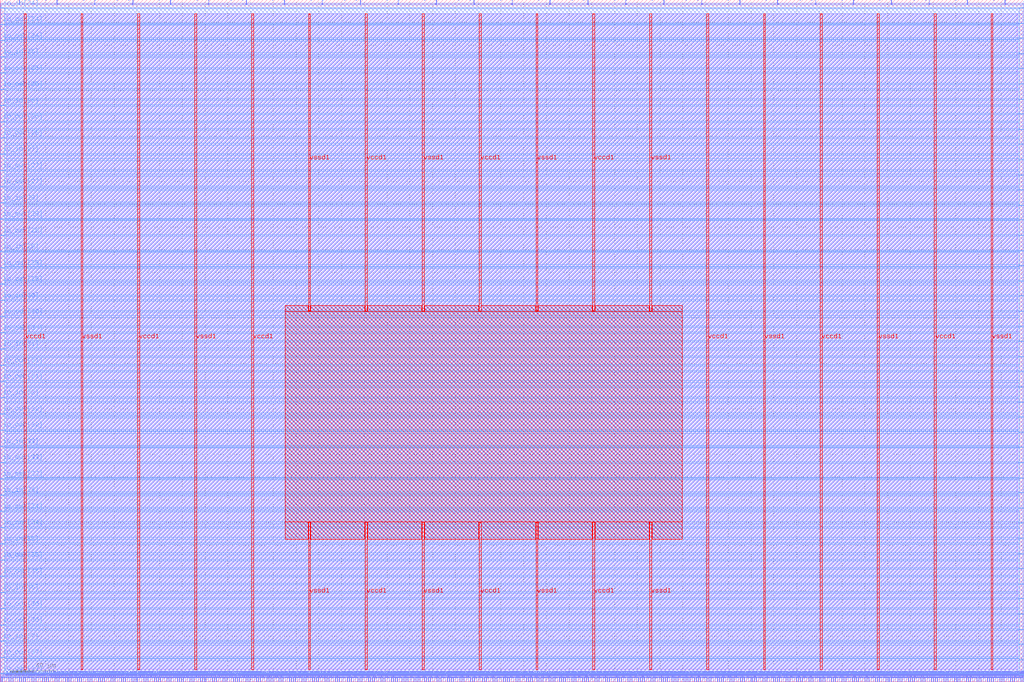
<source format=lef>
VERSION 5.7 ;
  NOWIREEXTENSIONATPIN ON ;
  DIVIDERCHAR "/" ;
  BUSBITCHARS "[]" ;
MACRO openram_demo
  CLASS BLOCK ;
  FOREIGN openram_demo ;
  ORIGIN 0.000 0.000 ;
  SIZE 900.000 BY 600.000 ;
  PIN io_in[0]
    DIRECTION INPUT ;
    USE SIGNAL ;
    PORT
      LAYER met3 ;
        RECT 896.000 6.160 900.000 6.760 ;
    END
  END io_in[0]
  PIN io_in[10]
    DIRECTION INPUT ;
    USE SIGNAL ;
    PORT
      LAYER met3 ;
        RECT 896.000 406.000 900.000 406.600 ;
    END
  END io_in[10]
  PIN io_in[11]
    DIRECTION INPUT ;
    USE SIGNAL ;
    PORT
      LAYER met3 ;
        RECT 896.000 445.440 900.000 446.040 ;
    END
  END io_in[11]
  PIN io_in[12]
    DIRECTION INPUT ;
    USE SIGNAL ;
    PORT
      LAYER met3 ;
        RECT 896.000 485.560 900.000 486.160 ;
    END
  END io_in[12]
  PIN io_in[13]
    DIRECTION INPUT ;
    USE SIGNAL ;
    PORT
      LAYER met3 ;
        RECT 896.000 525.680 900.000 526.280 ;
    END
  END io_in[13]
  PIN io_in[14]
    DIRECTION INPUT ;
    USE SIGNAL ;
    PORT
      LAYER met3 ;
        RECT 896.000 565.800 900.000 566.400 ;
    END
  END io_in[14]
  PIN io_in[15]
    DIRECTION INPUT ;
    USE SIGNAL ;
    PORT
      LAYER met2 ;
        RECT 883.290 596.000 883.570 600.000 ;
    END
  END io_in[15]
  PIN io_in[16]
    DIRECTION INPUT ;
    USE SIGNAL ;
    PORT
      LAYER met2 ;
        RECT 783.470 596.000 783.750 600.000 ;
    END
  END io_in[16]
  PIN io_in[17]
    DIRECTION INPUT ;
    USE SIGNAL ;
    PORT
      LAYER met2 ;
        RECT 683.190 596.000 683.470 600.000 ;
    END
  END io_in[17]
  PIN io_in[18]
    DIRECTION INPUT ;
    USE SIGNAL ;
    PORT
      LAYER met2 ;
        RECT 583.370 596.000 583.650 600.000 ;
    END
  END io_in[18]
  PIN io_in[19]
    DIRECTION INPUT ;
    USE SIGNAL ;
    PORT
      LAYER met2 ;
        RECT 483.090 596.000 483.370 600.000 ;
    END
  END io_in[19]
  PIN io_in[1]
    DIRECTION INPUT ;
    USE SIGNAL ;
    PORT
      LAYER met3 ;
        RECT 896.000 45.600 900.000 46.200 ;
    END
  END io_in[1]
  PIN io_in[20]
    DIRECTION INPUT ;
    USE SIGNAL ;
    PORT
      LAYER met2 ;
        RECT 383.270 596.000 383.550 600.000 ;
    END
  END io_in[20]
  PIN io_in[21]
    DIRECTION INPUT ;
    USE SIGNAL ;
    PORT
      LAYER met2 ;
        RECT 282.990 596.000 283.270 600.000 ;
    END
  END io_in[21]
  PIN io_in[22]
    DIRECTION INPUT ;
    USE SIGNAL ;
    PORT
      LAYER met2 ;
        RECT 183.170 596.000 183.450 600.000 ;
    END
  END io_in[22]
  PIN io_in[23]
    DIRECTION INPUT ;
    USE SIGNAL ;
    PORT
      LAYER met2 ;
        RECT 82.890 596.000 83.170 600.000 ;
    END
  END io_in[23]
  PIN io_in[24]
    DIRECTION INPUT ;
    USE SIGNAL ;
    PORT
      LAYER met3 ;
        RECT 0.000 592.320 4.000 592.920 ;
    END
  END io_in[24]
  PIN io_in[25]
    DIRECTION INPUT ;
    USE SIGNAL ;
    PORT
      LAYER met3 ;
        RECT 0.000 549.480 4.000 550.080 ;
    END
  END io_in[25]
  PIN io_in[26]
    DIRECTION INPUT ;
    USE SIGNAL ;
    PORT
      LAYER met3 ;
        RECT 0.000 506.640 4.000 507.240 ;
    END
  END io_in[26]
  PIN io_in[27]
    DIRECTION INPUT ;
    USE SIGNAL ;
    PORT
      LAYER met3 ;
        RECT 0.000 463.800 4.000 464.400 ;
    END
  END io_in[27]
  PIN io_in[28]
    DIRECTION INPUT ;
    USE SIGNAL ;
    PORT
      LAYER met3 ;
        RECT 0.000 420.960 4.000 421.560 ;
    END
  END io_in[28]
  PIN io_in[29]
    DIRECTION INPUT ;
    USE SIGNAL ;
    PORT
      LAYER met3 ;
        RECT 0.000 378.120 4.000 378.720 ;
    END
  END io_in[29]
  PIN io_in[2]
    DIRECTION INPUT ;
    USE SIGNAL ;
    PORT
      LAYER met3 ;
        RECT 896.000 85.720 900.000 86.320 ;
    END
  END io_in[2]
  PIN io_in[30]
    DIRECTION INPUT ;
    USE SIGNAL ;
    PORT
      LAYER met3 ;
        RECT 0.000 335.280 4.000 335.880 ;
    END
  END io_in[30]
  PIN io_in[31]
    DIRECTION INPUT ;
    USE SIGNAL ;
    PORT
      LAYER met3 ;
        RECT 0.000 292.440 4.000 293.040 ;
    END
  END io_in[31]
  PIN io_in[32]
    DIRECTION INPUT ;
    USE SIGNAL ;
    PORT
      LAYER met3 ;
        RECT 0.000 249.600 4.000 250.200 ;
    END
  END io_in[32]
  PIN io_in[33]
    DIRECTION INPUT ;
    USE SIGNAL ;
    PORT
      LAYER met3 ;
        RECT 0.000 206.760 4.000 207.360 ;
    END
  END io_in[33]
  PIN io_in[34]
    DIRECTION INPUT ;
    USE SIGNAL ;
    PORT
      LAYER met3 ;
        RECT 0.000 163.920 4.000 164.520 ;
    END
  END io_in[34]
  PIN io_in[35]
    DIRECTION INPUT ;
    USE SIGNAL ;
    PORT
      LAYER met3 ;
        RECT 0.000 121.080 4.000 121.680 ;
    END
  END io_in[35]
  PIN io_in[36]
    DIRECTION INPUT ;
    USE SIGNAL ;
    PORT
      LAYER met3 ;
        RECT 0.000 78.240 4.000 78.840 ;
    END
  END io_in[36]
  PIN io_in[37]
    DIRECTION INPUT ;
    USE SIGNAL ;
    PORT
      LAYER met3 ;
        RECT 0.000 35.400 4.000 36.000 ;
    END
  END io_in[37]
  PIN io_in[3]
    DIRECTION INPUT ;
    USE SIGNAL ;
    PORT
      LAYER met3 ;
        RECT 896.000 125.840 900.000 126.440 ;
    END
  END io_in[3]
  PIN io_in[4]
    DIRECTION INPUT ;
    USE SIGNAL ;
    PORT
      LAYER met3 ;
        RECT 896.000 165.960 900.000 166.560 ;
    END
  END io_in[4]
  PIN io_in[5]
    DIRECTION INPUT ;
    USE SIGNAL ;
    PORT
      LAYER met3 ;
        RECT 896.000 206.080 900.000 206.680 ;
    END
  END io_in[5]
  PIN io_in[6]
    DIRECTION INPUT ;
    USE SIGNAL ;
    PORT
      LAYER met3 ;
        RECT 896.000 245.520 900.000 246.120 ;
    END
  END io_in[6]
  PIN io_in[7]
    DIRECTION INPUT ;
    USE SIGNAL ;
    PORT
      LAYER met3 ;
        RECT 896.000 285.640 900.000 286.240 ;
    END
  END io_in[7]
  PIN io_in[8]
    DIRECTION INPUT ;
    USE SIGNAL ;
    PORT
      LAYER met3 ;
        RECT 896.000 325.760 900.000 326.360 ;
    END
  END io_in[8]
  PIN io_in[9]
    DIRECTION INPUT ;
    USE SIGNAL ;
    PORT
      LAYER met3 ;
        RECT 896.000 365.880 900.000 366.480 ;
    END
  END io_in[9]
  PIN io_oeb[0]
    DIRECTION OUTPUT TRISTATE ;
    USE SIGNAL ;
    PORT
      LAYER met3 ;
        RECT 896.000 32.680 900.000 33.280 ;
    END
  END io_oeb[0]
  PIN io_oeb[10]
    DIRECTION OUTPUT TRISTATE ;
    USE SIGNAL ;
    PORT
      LAYER met3 ;
        RECT 896.000 432.520 900.000 433.120 ;
    END
  END io_oeb[10]
  PIN io_oeb[11]
    DIRECTION OUTPUT TRISTATE ;
    USE SIGNAL ;
    PORT
      LAYER met3 ;
        RECT 896.000 472.640 900.000 473.240 ;
    END
  END io_oeb[11]
  PIN io_oeb[12]
    DIRECTION OUTPUT TRISTATE ;
    USE SIGNAL ;
    PORT
      LAYER met3 ;
        RECT 896.000 512.080 900.000 512.680 ;
    END
  END io_oeb[12]
  PIN io_oeb[13]
    DIRECTION OUTPUT TRISTATE ;
    USE SIGNAL ;
    PORT
      LAYER met3 ;
        RECT 896.000 552.200 900.000 552.800 ;
    END
  END io_oeb[13]
  PIN io_oeb[14]
    DIRECTION OUTPUT TRISTATE ;
    USE SIGNAL ;
    PORT
      LAYER met3 ;
        RECT 896.000 592.320 900.000 592.920 ;
    END
  END io_oeb[14]
  PIN io_oeb[15]
    DIRECTION OUTPUT TRISTATE ;
    USE SIGNAL ;
    PORT
      LAYER met2 ;
        RECT 816.590 596.000 816.870 600.000 ;
    END
  END io_oeb[15]
  PIN io_oeb[16]
    DIRECTION OUTPUT TRISTATE ;
    USE SIGNAL ;
    PORT
      LAYER met2 ;
        RECT 716.770 596.000 717.050 600.000 ;
    END
  END io_oeb[16]
  PIN io_oeb[17]
    DIRECTION OUTPUT TRISTATE ;
    USE SIGNAL ;
    PORT
      LAYER met2 ;
        RECT 616.490 596.000 616.770 600.000 ;
    END
  END io_oeb[17]
  PIN io_oeb[18]
    DIRECTION OUTPUT TRISTATE ;
    USE SIGNAL ;
    PORT
      LAYER met2 ;
        RECT 516.670 596.000 516.950 600.000 ;
    END
  END io_oeb[18]
  PIN io_oeb[19]
    DIRECTION OUTPUT TRISTATE ;
    USE SIGNAL ;
    PORT
      LAYER met2 ;
        RECT 416.390 596.000 416.670 600.000 ;
    END
  END io_oeb[19]
  PIN io_oeb[1]
    DIRECTION OUTPUT TRISTATE ;
    USE SIGNAL ;
    PORT
      LAYER met3 ;
        RECT 896.000 72.800 900.000 73.400 ;
    END
  END io_oeb[1]
  PIN io_oeb[20]
    DIRECTION OUTPUT TRISTATE ;
    USE SIGNAL ;
    PORT
      LAYER met2 ;
        RECT 316.570 596.000 316.850 600.000 ;
    END
  END io_oeb[20]
  PIN io_oeb[21]
    DIRECTION OUTPUT TRISTATE ;
    USE SIGNAL ;
    PORT
      LAYER met2 ;
        RECT 216.290 596.000 216.570 600.000 ;
    END
  END io_oeb[21]
  PIN io_oeb[22]
    DIRECTION OUTPUT TRISTATE ;
    USE SIGNAL ;
    PORT
      LAYER met2 ;
        RECT 116.470 596.000 116.750 600.000 ;
    END
  END io_oeb[22]
  PIN io_oeb[23]
    DIRECTION OUTPUT TRISTATE ;
    USE SIGNAL ;
    PORT
      LAYER met2 ;
        RECT 16.650 596.000 16.930 600.000 ;
    END
  END io_oeb[23]
  PIN io_oeb[24]
    DIRECTION OUTPUT TRISTATE ;
    USE SIGNAL ;
    PORT
      LAYER met3 ;
        RECT 0.000 563.760 4.000 564.360 ;
    END
  END io_oeb[24]
  PIN io_oeb[25]
    DIRECTION OUTPUT TRISTATE ;
    USE SIGNAL ;
    PORT
      LAYER met3 ;
        RECT 0.000 520.920 4.000 521.520 ;
    END
  END io_oeb[25]
  PIN io_oeb[26]
    DIRECTION OUTPUT TRISTATE ;
    USE SIGNAL ;
    PORT
      LAYER met3 ;
        RECT 0.000 478.080 4.000 478.680 ;
    END
  END io_oeb[26]
  PIN io_oeb[27]
    DIRECTION OUTPUT TRISTATE ;
    USE SIGNAL ;
    PORT
      LAYER met3 ;
        RECT 0.000 435.240 4.000 435.840 ;
    END
  END io_oeb[27]
  PIN io_oeb[28]
    DIRECTION OUTPUT TRISTATE ;
    USE SIGNAL ;
    PORT
      LAYER met3 ;
        RECT 0.000 392.400 4.000 393.000 ;
    END
  END io_oeb[28]
  PIN io_oeb[29]
    DIRECTION OUTPUT TRISTATE ;
    USE SIGNAL ;
    PORT
      LAYER met3 ;
        RECT 0.000 349.560 4.000 350.160 ;
    END
  END io_oeb[29]
  PIN io_oeb[2]
    DIRECTION OUTPUT TRISTATE ;
    USE SIGNAL ;
    PORT
      LAYER met3 ;
        RECT 896.000 112.240 900.000 112.840 ;
    END
  END io_oeb[2]
  PIN io_oeb[30]
    DIRECTION OUTPUT TRISTATE ;
    USE SIGNAL ;
    PORT
      LAYER met3 ;
        RECT 0.000 306.720 4.000 307.320 ;
    END
  END io_oeb[30]
  PIN io_oeb[31]
    DIRECTION OUTPUT TRISTATE ;
    USE SIGNAL ;
    PORT
      LAYER met3 ;
        RECT 0.000 263.880 4.000 264.480 ;
    END
  END io_oeb[31]
  PIN io_oeb[32]
    DIRECTION OUTPUT TRISTATE ;
    USE SIGNAL ;
    PORT
      LAYER met3 ;
        RECT 0.000 221.040 4.000 221.640 ;
    END
  END io_oeb[32]
  PIN io_oeb[33]
    DIRECTION OUTPUT TRISTATE ;
    USE SIGNAL ;
    PORT
      LAYER met3 ;
        RECT 0.000 178.200 4.000 178.800 ;
    END
  END io_oeb[33]
  PIN io_oeb[34]
    DIRECTION OUTPUT TRISTATE ;
    USE SIGNAL ;
    PORT
      LAYER met3 ;
        RECT 0.000 135.360 4.000 135.960 ;
    END
  END io_oeb[34]
  PIN io_oeb[35]
    DIRECTION OUTPUT TRISTATE ;
    USE SIGNAL ;
    PORT
      LAYER met3 ;
        RECT 0.000 92.520 4.000 93.120 ;
    END
  END io_oeb[35]
  PIN io_oeb[36]
    DIRECTION OUTPUT TRISTATE ;
    USE SIGNAL ;
    PORT
      LAYER met3 ;
        RECT 0.000 49.680 4.000 50.280 ;
    END
  END io_oeb[36]
  PIN io_oeb[37]
    DIRECTION OUTPUT TRISTATE ;
    USE SIGNAL ;
    PORT
      LAYER met3 ;
        RECT 0.000 6.840 4.000 7.440 ;
    END
  END io_oeb[37]
  PIN io_oeb[3]
    DIRECTION OUTPUT TRISTATE ;
    USE SIGNAL ;
    PORT
      LAYER met3 ;
        RECT 896.000 152.360 900.000 152.960 ;
    END
  END io_oeb[3]
  PIN io_oeb[4]
    DIRECTION OUTPUT TRISTATE ;
    USE SIGNAL ;
    PORT
      LAYER met3 ;
        RECT 896.000 192.480 900.000 193.080 ;
    END
  END io_oeb[4]
  PIN io_oeb[5]
    DIRECTION OUTPUT TRISTATE ;
    USE SIGNAL ;
    PORT
      LAYER met3 ;
        RECT 896.000 232.600 900.000 233.200 ;
    END
  END io_oeb[5]
  PIN io_oeb[6]
    DIRECTION OUTPUT TRISTATE ;
    USE SIGNAL ;
    PORT
      LAYER met3 ;
        RECT 896.000 272.720 900.000 273.320 ;
    END
  END io_oeb[6]
  PIN io_oeb[7]
    DIRECTION OUTPUT TRISTATE ;
    USE SIGNAL ;
    PORT
      LAYER met3 ;
        RECT 896.000 312.160 900.000 312.760 ;
    END
  END io_oeb[7]
  PIN io_oeb[8]
    DIRECTION OUTPUT TRISTATE ;
    USE SIGNAL ;
    PORT
      LAYER met3 ;
        RECT 896.000 352.280 900.000 352.880 ;
    END
  END io_oeb[8]
  PIN io_oeb[9]
    DIRECTION OUTPUT TRISTATE ;
    USE SIGNAL ;
    PORT
      LAYER met3 ;
        RECT 896.000 392.400 900.000 393.000 ;
    END
  END io_oeb[9]
  PIN io_out[0]
    DIRECTION OUTPUT TRISTATE ;
    USE SIGNAL ;
    PORT
      LAYER met3 ;
        RECT 896.000 19.080 900.000 19.680 ;
    END
  END io_out[0]
  PIN io_out[10]
    DIRECTION OUTPUT TRISTATE ;
    USE SIGNAL ;
    PORT
      LAYER met3 ;
        RECT 896.000 418.920 900.000 419.520 ;
    END
  END io_out[10]
  PIN io_out[11]
    DIRECTION OUTPUT TRISTATE ;
    USE SIGNAL ;
    PORT
      LAYER met3 ;
        RECT 896.000 459.040 900.000 459.640 ;
    END
  END io_out[11]
  PIN io_out[12]
    DIRECTION OUTPUT TRISTATE ;
    USE SIGNAL ;
    PORT
      LAYER met3 ;
        RECT 896.000 499.160 900.000 499.760 ;
    END
  END io_out[12]
  PIN io_out[13]
    DIRECTION OUTPUT TRISTATE ;
    USE SIGNAL ;
    PORT
      LAYER met3 ;
        RECT 896.000 539.280 900.000 539.880 ;
    END
  END io_out[13]
  PIN io_out[14]
    DIRECTION OUTPUT TRISTATE ;
    USE SIGNAL ;
    PORT
      LAYER met3 ;
        RECT 896.000 578.720 900.000 579.320 ;
    END
  END io_out[14]
  PIN io_out[15]
    DIRECTION OUTPUT TRISTATE ;
    USE SIGNAL ;
    PORT
      LAYER met2 ;
        RECT 850.170 596.000 850.450 600.000 ;
    END
  END io_out[15]
  PIN io_out[16]
    DIRECTION OUTPUT TRISTATE ;
    USE SIGNAL ;
    PORT
      LAYER met2 ;
        RECT 749.890 596.000 750.170 600.000 ;
    END
  END io_out[16]
  PIN io_out[17]
    DIRECTION OUTPUT TRISTATE ;
    USE SIGNAL ;
    PORT
      LAYER met2 ;
        RECT 650.070 596.000 650.350 600.000 ;
    END
  END io_out[17]
  PIN io_out[18]
    DIRECTION OUTPUT TRISTATE ;
    USE SIGNAL ;
    PORT
      LAYER met2 ;
        RECT 549.790 596.000 550.070 600.000 ;
    END
  END io_out[18]
  PIN io_out[19]
    DIRECTION OUTPUT TRISTATE ;
    USE SIGNAL ;
    PORT
      LAYER met2 ;
        RECT 449.970 596.000 450.250 600.000 ;
    END
  END io_out[19]
  PIN io_out[1]
    DIRECTION OUTPUT TRISTATE ;
    USE SIGNAL ;
    PORT
      LAYER met3 ;
        RECT 896.000 59.200 900.000 59.800 ;
    END
  END io_out[1]
  PIN io_out[20]
    DIRECTION OUTPUT TRISTATE ;
    USE SIGNAL ;
    PORT
      LAYER met2 ;
        RECT 349.690 596.000 349.970 600.000 ;
    END
  END io_out[20]
  PIN io_out[21]
    DIRECTION OUTPUT TRISTATE ;
    USE SIGNAL ;
    PORT
      LAYER met2 ;
        RECT 249.870 596.000 250.150 600.000 ;
    END
  END io_out[21]
  PIN io_out[22]
    DIRECTION OUTPUT TRISTATE ;
    USE SIGNAL ;
    PORT
      LAYER met2 ;
        RECT 149.590 596.000 149.870 600.000 ;
    END
  END io_out[22]
  PIN io_out[23]
    DIRECTION OUTPUT TRISTATE ;
    USE SIGNAL ;
    PORT
      LAYER met2 ;
        RECT 49.770 596.000 50.050 600.000 ;
    END
  END io_out[23]
  PIN io_out[24]
    DIRECTION OUTPUT TRISTATE ;
    USE SIGNAL ;
    PORT
      LAYER met3 ;
        RECT 0.000 578.040 4.000 578.640 ;
    END
  END io_out[24]
  PIN io_out[25]
    DIRECTION OUTPUT TRISTATE ;
    USE SIGNAL ;
    PORT
      LAYER met3 ;
        RECT 0.000 535.200 4.000 535.800 ;
    END
  END io_out[25]
  PIN io_out[26]
    DIRECTION OUTPUT TRISTATE ;
    USE SIGNAL ;
    PORT
      LAYER met3 ;
        RECT 0.000 492.360 4.000 492.960 ;
    END
  END io_out[26]
  PIN io_out[27]
    DIRECTION OUTPUT TRISTATE ;
    USE SIGNAL ;
    PORT
      LAYER met3 ;
        RECT 0.000 449.520 4.000 450.120 ;
    END
  END io_out[27]
  PIN io_out[28]
    DIRECTION OUTPUT TRISTATE ;
    USE SIGNAL ;
    PORT
      LAYER met3 ;
        RECT 0.000 406.680 4.000 407.280 ;
    END
  END io_out[28]
  PIN io_out[29]
    DIRECTION OUTPUT TRISTATE ;
    USE SIGNAL ;
    PORT
      LAYER met3 ;
        RECT 0.000 363.840 4.000 364.440 ;
    END
  END io_out[29]
  PIN io_out[2]
    DIRECTION OUTPUT TRISTATE ;
    USE SIGNAL ;
    PORT
      LAYER met3 ;
        RECT 896.000 99.320 900.000 99.920 ;
    END
  END io_out[2]
  PIN io_out[30]
    DIRECTION OUTPUT TRISTATE ;
    USE SIGNAL ;
    PORT
      LAYER met3 ;
        RECT 0.000 321.000 4.000 321.600 ;
    END
  END io_out[30]
  PIN io_out[31]
    DIRECTION OUTPUT TRISTATE ;
    USE SIGNAL ;
    PORT
      LAYER met3 ;
        RECT 0.000 278.160 4.000 278.760 ;
    END
  END io_out[31]
  PIN io_out[32]
    DIRECTION OUTPUT TRISTATE ;
    USE SIGNAL ;
    PORT
      LAYER met3 ;
        RECT 0.000 235.320 4.000 235.920 ;
    END
  END io_out[32]
  PIN io_out[33]
    DIRECTION OUTPUT TRISTATE ;
    USE SIGNAL ;
    PORT
      LAYER met3 ;
        RECT 0.000 192.480 4.000 193.080 ;
    END
  END io_out[33]
  PIN io_out[34]
    DIRECTION OUTPUT TRISTATE ;
    USE SIGNAL ;
    PORT
      LAYER met3 ;
        RECT 0.000 149.640 4.000 150.240 ;
    END
  END io_out[34]
  PIN io_out[35]
    DIRECTION OUTPUT TRISTATE ;
    USE SIGNAL ;
    PORT
      LAYER met3 ;
        RECT 0.000 106.800 4.000 107.400 ;
    END
  END io_out[35]
  PIN io_out[36]
    DIRECTION OUTPUT TRISTATE ;
    USE SIGNAL ;
    PORT
      LAYER met3 ;
        RECT 0.000 63.960 4.000 64.560 ;
    END
  END io_out[36]
  PIN io_out[37]
    DIRECTION OUTPUT TRISTATE ;
    USE SIGNAL ;
    PORT
      LAYER met3 ;
        RECT 0.000 21.120 4.000 21.720 ;
    END
  END io_out[37]
  PIN io_out[3]
    DIRECTION OUTPUT TRISTATE ;
    USE SIGNAL ;
    PORT
      LAYER met3 ;
        RECT 896.000 139.440 900.000 140.040 ;
    END
  END io_out[3]
  PIN io_out[4]
    DIRECTION OUTPUT TRISTATE ;
    USE SIGNAL ;
    PORT
      LAYER met3 ;
        RECT 896.000 178.880 900.000 179.480 ;
    END
  END io_out[4]
  PIN io_out[5]
    DIRECTION OUTPUT TRISTATE ;
    USE SIGNAL ;
    PORT
      LAYER met3 ;
        RECT 896.000 219.000 900.000 219.600 ;
    END
  END io_out[5]
  PIN io_out[6]
    DIRECTION OUTPUT TRISTATE ;
    USE SIGNAL ;
    PORT
      LAYER met3 ;
        RECT 896.000 259.120 900.000 259.720 ;
    END
  END io_out[6]
  PIN io_out[7]
    DIRECTION OUTPUT TRISTATE ;
    USE SIGNAL ;
    PORT
      LAYER met3 ;
        RECT 896.000 299.240 900.000 299.840 ;
    END
  END io_out[7]
  PIN io_out[8]
    DIRECTION OUTPUT TRISTATE ;
    USE SIGNAL ;
    PORT
      LAYER met3 ;
        RECT 896.000 339.360 900.000 339.960 ;
    END
  END io_out[8]
  PIN io_out[9]
    DIRECTION OUTPUT TRISTATE ;
    USE SIGNAL ;
    PORT
      LAYER met3 ;
        RECT 896.000 378.800 900.000 379.400 ;
    END
  END io_out[9]
  PIN irq[0]
    DIRECTION OUTPUT TRISTATE ;
    USE SIGNAL ;
    PORT
      LAYER met2 ;
        RECT 895.250 0.000 895.530 4.000 ;
    END
  END irq[0]
  PIN irq[1]
    DIRECTION OUTPUT TRISTATE ;
    USE SIGNAL ;
    PORT
      LAYER met2 ;
        RECT 897.090 0.000 897.370 4.000 ;
    END
  END irq[1]
  PIN irq[2]
    DIRECTION OUTPUT TRISTATE ;
    USE SIGNAL ;
    PORT
      LAYER met2 ;
        RECT 898.930 0.000 899.210 4.000 ;
    END
  END irq[2]
  PIN la_data_in[0]
    DIRECTION INPUT ;
    USE SIGNAL ;
    PORT
      LAYER met2 ;
        RECT 193.750 0.000 194.030 4.000 ;
    END
  END la_data_in[0]
  PIN la_data_in[100]
    DIRECTION INPUT ;
    USE SIGNAL ;
    PORT
      LAYER met2 ;
        RECT 741.610 0.000 741.890 4.000 ;
    END
  END la_data_in[100]
  PIN la_data_in[101]
    DIRECTION INPUT ;
    USE SIGNAL ;
    PORT
      LAYER met2 ;
        RECT 747.130 0.000 747.410 4.000 ;
    END
  END la_data_in[101]
  PIN la_data_in[102]
    DIRECTION INPUT ;
    USE SIGNAL ;
    PORT
      LAYER met2 ;
        RECT 752.650 0.000 752.930 4.000 ;
    END
  END la_data_in[102]
  PIN la_data_in[103]
    DIRECTION INPUT ;
    USE SIGNAL ;
    PORT
      LAYER met2 ;
        RECT 758.170 0.000 758.450 4.000 ;
    END
  END la_data_in[103]
  PIN la_data_in[104]
    DIRECTION INPUT ;
    USE SIGNAL ;
    PORT
      LAYER met2 ;
        RECT 763.690 0.000 763.970 4.000 ;
    END
  END la_data_in[104]
  PIN la_data_in[105]
    DIRECTION INPUT ;
    USE SIGNAL ;
    PORT
      LAYER met2 ;
        RECT 769.210 0.000 769.490 4.000 ;
    END
  END la_data_in[105]
  PIN la_data_in[106]
    DIRECTION INPUT ;
    USE SIGNAL ;
    PORT
      LAYER met2 ;
        RECT 774.730 0.000 775.010 4.000 ;
    END
  END la_data_in[106]
  PIN la_data_in[107]
    DIRECTION INPUT ;
    USE SIGNAL ;
    PORT
      LAYER met2 ;
        RECT 780.250 0.000 780.530 4.000 ;
    END
  END la_data_in[107]
  PIN la_data_in[108]
    DIRECTION INPUT ;
    USE SIGNAL ;
    PORT
      LAYER met2 ;
        RECT 785.310 0.000 785.590 4.000 ;
    END
  END la_data_in[108]
  PIN la_data_in[109]
    DIRECTION INPUT ;
    USE SIGNAL ;
    PORT
      LAYER met2 ;
        RECT 790.830 0.000 791.110 4.000 ;
    END
  END la_data_in[109]
  PIN la_data_in[10]
    DIRECTION INPUT ;
    USE SIGNAL ;
    PORT
      LAYER met2 ;
        RECT 248.490 0.000 248.770 4.000 ;
    END
  END la_data_in[10]
  PIN la_data_in[110]
    DIRECTION INPUT ;
    USE SIGNAL ;
    PORT
      LAYER met2 ;
        RECT 796.350 0.000 796.630 4.000 ;
    END
  END la_data_in[110]
  PIN la_data_in[111]
    DIRECTION INPUT ;
    USE SIGNAL ;
    PORT
      LAYER met2 ;
        RECT 801.870 0.000 802.150 4.000 ;
    END
  END la_data_in[111]
  PIN la_data_in[112]
    DIRECTION INPUT ;
    USE SIGNAL ;
    PORT
      LAYER met2 ;
        RECT 807.390 0.000 807.670 4.000 ;
    END
  END la_data_in[112]
  PIN la_data_in[113]
    DIRECTION INPUT ;
    USE SIGNAL ;
    PORT
      LAYER met2 ;
        RECT 812.910 0.000 813.190 4.000 ;
    END
  END la_data_in[113]
  PIN la_data_in[114]
    DIRECTION INPUT ;
    USE SIGNAL ;
    PORT
      LAYER met2 ;
        RECT 818.430 0.000 818.710 4.000 ;
    END
  END la_data_in[114]
  PIN la_data_in[115]
    DIRECTION INPUT ;
    USE SIGNAL ;
    PORT
      LAYER met2 ;
        RECT 823.950 0.000 824.230 4.000 ;
    END
  END la_data_in[115]
  PIN la_data_in[116]
    DIRECTION INPUT ;
    USE SIGNAL ;
    PORT
      LAYER met2 ;
        RECT 829.470 0.000 829.750 4.000 ;
    END
  END la_data_in[116]
  PIN la_data_in[117]
    DIRECTION INPUT ;
    USE SIGNAL ;
    PORT
      LAYER met2 ;
        RECT 834.990 0.000 835.270 4.000 ;
    END
  END la_data_in[117]
  PIN la_data_in[118]
    DIRECTION INPUT ;
    USE SIGNAL ;
    PORT
      LAYER met2 ;
        RECT 840.510 0.000 840.790 4.000 ;
    END
  END la_data_in[118]
  PIN la_data_in[119]
    DIRECTION INPUT ;
    USE SIGNAL ;
    PORT
      LAYER met2 ;
        RECT 845.570 0.000 845.850 4.000 ;
    END
  END la_data_in[119]
  PIN la_data_in[11]
    DIRECTION INPUT ;
    USE SIGNAL ;
    PORT
      LAYER met2 ;
        RECT 254.010 0.000 254.290 4.000 ;
    END
  END la_data_in[11]
  PIN la_data_in[120]
    DIRECTION INPUT ;
    USE SIGNAL ;
    PORT
      LAYER met2 ;
        RECT 851.090 0.000 851.370 4.000 ;
    END
  END la_data_in[120]
  PIN la_data_in[121]
    DIRECTION INPUT ;
    USE SIGNAL ;
    PORT
      LAYER met2 ;
        RECT 856.610 0.000 856.890 4.000 ;
    END
  END la_data_in[121]
  PIN la_data_in[122]
    DIRECTION INPUT ;
    USE SIGNAL ;
    PORT
      LAYER met2 ;
        RECT 862.130 0.000 862.410 4.000 ;
    END
  END la_data_in[122]
  PIN la_data_in[123]
    DIRECTION INPUT ;
    USE SIGNAL ;
    PORT
      LAYER met2 ;
        RECT 867.650 0.000 867.930 4.000 ;
    END
  END la_data_in[123]
  PIN la_data_in[124]
    DIRECTION INPUT ;
    USE SIGNAL ;
    PORT
      LAYER met2 ;
        RECT 873.170 0.000 873.450 4.000 ;
    END
  END la_data_in[124]
  PIN la_data_in[125]
    DIRECTION INPUT ;
    USE SIGNAL ;
    PORT
      LAYER met2 ;
        RECT 878.690 0.000 878.970 4.000 ;
    END
  END la_data_in[125]
  PIN la_data_in[126]
    DIRECTION INPUT ;
    USE SIGNAL ;
    PORT
      LAYER met2 ;
        RECT 884.210 0.000 884.490 4.000 ;
    END
  END la_data_in[126]
  PIN la_data_in[127]
    DIRECTION INPUT ;
    USE SIGNAL ;
    PORT
      LAYER met2 ;
        RECT 889.730 0.000 890.010 4.000 ;
    END
  END la_data_in[127]
  PIN la_data_in[12]
    DIRECTION INPUT ;
    USE SIGNAL ;
    PORT
      LAYER met2 ;
        RECT 259.530 0.000 259.810 4.000 ;
    END
  END la_data_in[12]
  PIN la_data_in[13]
    DIRECTION INPUT ;
    USE SIGNAL ;
    PORT
      LAYER met2 ;
        RECT 265.050 0.000 265.330 4.000 ;
    END
  END la_data_in[13]
  PIN la_data_in[14]
    DIRECTION INPUT ;
    USE SIGNAL ;
    PORT
      LAYER met2 ;
        RECT 270.570 0.000 270.850 4.000 ;
    END
  END la_data_in[14]
  PIN la_data_in[15]
    DIRECTION INPUT ;
    USE SIGNAL ;
    PORT
      LAYER met2 ;
        RECT 276.090 0.000 276.370 4.000 ;
    END
  END la_data_in[15]
  PIN la_data_in[16]
    DIRECTION INPUT ;
    USE SIGNAL ;
    PORT
      LAYER met2 ;
        RECT 281.610 0.000 281.890 4.000 ;
    END
  END la_data_in[16]
  PIN la_data_in[17]
    DIRECTION INPUT ;
    USE SIGNAL ;
    PORT
      LAYER met2 ;
        RECT 287.130 0.000 287.410 4.000 ;
    END
  END la_data_in[17]
  PIN la_data_in[18]
    DIRECTION INPUT ;
    USE SIGNAL ;
    PORT
      LAYER met2 ;
        RECT 292.650 0.000 292.930 4.000 ;
    END
  END la_data_in[18]
  PIN la_data_in[19]
    DIRECTION INPUT ;
    USE SIGNAL ;
    PORT
      LAYER met2 ;
        RECT 298.170 0.000 298.450 4.000 ;
    END
  END la_data_in[19]
  PIN la_data_in[1]
    DIRECTION INPUT ;
    USE SIGNAL ;
    PORT
      LAYER met2 ;
        RECT 199.270 0.000 199.550 4.000 ;
    END
  END la_data_in[1]
  PIN la_data_in[20]
    DIRECTION INPUT ;
    USE SIGNAL ;
    PORT
      LAYER met2 ;
        RECT 303.230 0.000 303.510 4.000 ;
    END
  END la_data_in[20]
  PIN la_data_in[21]
    DIRECTION INPUT ;
    USE SIGNAL ;
    PORT
      LAYER met2 ;
        RECT 308.750 0.000 309.030 4.000 ;
    END
  END la_data_in[21]
  PIN la_data_in[22]
    DIRECTION INPUT ;
    USE SIGNAL ;
    PORT
      LAYER met2 ;
        RECT 314.270 0.000 314.550 4.000 ;
    END
  END la_data_in[22]
  PIN la_data_in[23]
    DIRECTION INPUT ;
    USE SIGNAL ;
    PORT
      LAYER met2 ;
        RECT 319.790 0.000 320.070 4.000 ;
    END
  END la_data_in[23]
  PIN la_data_in[24]
    DIRECTION INPUT ;
    USE SIGNAL ;
    PORT
      LAYER met2 ;
        RECT 325.310 0.000 325.590 4.000 ;
    END
  END la_data_in[24]
  PIN la_data_in[25]
    DIRECTION INPUT ;
    USE SIGNAL ;
    PORT
      LAYER met2 ;
        RECT 330.830 0.000 331.110 4.000 ;
    END
  END la_data_in[25]
  PIN la_data_in[26]
    DIRECTION INPUT ;
    USE SIGNAL ;
    PORT
      LAYER met2 ;
        RECT 336.350 0.000 336.630 4.000 ;
    END
  END la_data_in[26]
  PIN la_data_in[27]
    DIRECTION INPUT ;
    USE SIGNAL ;
    PORT
      LAYER met2 ;
        RECT 341.870 0.000 342.150 4.000 ;
    END
  END la_data_in[27]
  PIN la_data_in[28]
    DIRECTION INPUT ;
    USE SIGNAL ;
    PORT
      LAYER met2 ;
        RECT 347.390 0.000 347.670 4.000 ;
    END
  END la_data_in[28]
  PIN la_data_in[29]
    DIRECTION INPUT ;
    USE SIGNAL ;
    PORT
      LAYER met2 ;
        RECT 352.910 0.000 353.190 4.000 ;
    END
  END la_data_in[29]
  PIN la_data_in[2]
    DIRECTION INPUT ;
    USE SIGNAL ;
    PORT
      LAYER met2 ;
        RECT 204.790 0.000 205.070 4.000 ;
    END
  END la_data_in[2]
  PIN la_data_in[30]
    DIRECTION INPUT ;
    USE SIGNAL ;
    PORT
      LAYER met2 ;
        RECT 358.430 0.000 358.710 4.000 ;
    END
  END la_data_in[30]
  PIN la_data_in[31]
    DIRECTION INPUT ;
    USE SIGNAL ;
    PORT
      LAYER met2 ;
        RECT 363.490 0.000 363.770 4.000 ;
    END
  END la_data_in[31]
  PIN la_data_in[32]
    DIRECTION INPUT ;
    USE SIGNAL ;
    PORT
      LAYER met2 ;
        RECT 369.010 0.000 369.290 4.000 ;
    END
  END la_data_in[32]
  PIN la_data_in[33]
    DIRECTION INPUT ;
    USE SIGNAL ;
    PORT
      LAYER met2 ;
        RECT 374.530 0.000 374.810 4.000 ;
    END
  END la_data_in[33]
  PIN la_data_in[34]
    DIRECTION INPUT ;
    USE SIGNAL ;
    PORT
      LAYER met2 ;
        RECT 380.050 0.000 380.330 4.000 ;
    END
  END la_data_in[34]
  PIN la_data_in[35]
    DIRECTION INPUT ;
    USE SIGNAL ;
    PORT
      LAYER met2 ;
        RECT 385.570 0.000 385.850 4.000 ;
    END
  END la_data_in[35]
  PIN la_data_in[36]
    DIRECTION INPUT ;
    USE SIGNAL ;
    PORT
      LAYER met2 ;
        RECT 391.090 0.000 391.370 4.000 ;
    END
  END la_data_in[36]
  PIN la_data_in[37]
    DIRECTION INPUT ;
    USE SIGNAL ;
    PORT
      LAYER met2 ;
        RECT 396.610 0.000 396.890 4.000 ;
    END
  END la_data_in[37]
  PIN la_data_in[38]
    DIRECTION INPUT ;
    USE SIGNAL ;
    PORT
      LAYER met2 ;
        RECT 402.130 0.000 402.410 4.000 ;
    END
  END la_data_in[38]
  PIN la_data_in[39]
    DIRECTION INPUT ;
    USE SIGNAL ;
    PORT
      LAYER met2 ;
        RECT 407.650 0.000 407.930 4.000 ;
    END
  END la_data_in[39]
  PIN la_data_in[3]
    DIRECTION INPUT ;
    USE SIGNAL ;
    PORT
      LAYER met2 ;
        RECT 210.310 0.000 210.590 4.000 ;
    END
  END la_data_in[3]
  PIN la_data_in[40]
    DIRECTION INPUT ;
    USE SIGNAL ;
    PORT
      LAYER met2 ;
        RECT 413.170 0.000 413.450 4.000 ;
    END
  END la_data_in[40]
  PIN la_data_in[41]
    DIRECTION INPUT ;
    USE SIGNAL ;
    PORT
      LAYER met2 ;
        RECT 418.690 0.000 418.970 4.000 ;
    END
  END la_data_in[41]
  PIN la_data_in[42]
    DIRECTION INPUT ;
    USE SIGNAL ;
    PORT
      LAYER met2 ;
        RECT 423.750 0.000 424.030 4.000 ;
    END
  END la_data_in[42]
  PIN la_data_in[43]
    DIRECTION INPUT ;
    USE SIGNAL ;
    PORT
      LAYER met2 ;
        RECT 429.270 0.000 429.550 4.000 ;
    END
  END la_data_in[43]
  PIN la_data_in[44]
    DIRECTION INPUT ;
    USE SIGNAL ;
    PORT
      LAYER met2 ;
        RECT 434.790 0.000 435.070 4.000 ;
    END
  END la_data_in[44]
  PIN la_data_in[45]
    DIRECTION INPUT ;
    USE SIGNAL ;
    PORT
      LAYER met2 ;
        RECT 440.310 0.000 440.590 4.000 ;
    END
  END la_data_in[45]
  PIN la_data_in[46]
    DIRECTION INPUT ;
    USE SIGNAL ;
    PORT
      LAYER met2 ;
        RECT 445.830 0.000 446.110 4.000 ;
    END
  END la_data_in[46]
  PIN la_data_in[47]
    DIRECTION INPUT ;
    USE SIGNAL ;
    PORT
      LAYER met2 ;
        RECT 451.350 0.000 451.630 4.000 ;
    END
  END la_data_in[47]
  PIN la_data_in[48]
    DIRECTION INPUT ;
    USE SIGNAL ;
    PORT
      LAYER met2 ;
        RECT 456.870 0.000 457.150 4.000 ;
    END
  END la_data_in[48]
  PIN la_data_in[49]
    DIRECTION INPUT ;
    USE SIGNAL ;
    PORT
      LAYER met2 ;
        RECT 462.390 0.000 462.670 4.000 ;
    END
  END la_data_in[49]
  PIN la_data_in[4]
    DIRECTION INPUT ;
    USE SIGNAL ;
    PORT
      LAYER met2 ;
        RECT 215.830 0.000 216.110 4.000 ;
    END
  END la_data_in[4]
  PIN la_data_in[50]
    DIRECTION INPUT ;
    USE SIGNAL ;
    PORT
      LAYER met2 ;
        RECT 467.910 0.000 468.190 4.000 ;
    END
  END la_data_in[50]
  PIN la_data_in[51]
    DIRECTION INPUT ;
    USE SIGNAL ;
    PORT
      LAYER met2 ;
        RECT 473.430 0.000 473.710 4.000 ;
    END
  END la_data_in[51]
  PIN la_data_in[52]
    DIRECTION INPUT ;
    USE SIGNAL ;
    PORT
      LAYER met2 ;
        RECT 478.950 0.000 479.230 4.000 ;
    END
  END la_data_in[52]
  PIN la_data_in[53]
    DIRECTION INPUT ;
    USE SIGNAL ;
    PORT
      LAYER met2 ;
        RECT 484.010 0.000 484.290 4.000 ;
    END
  END la_data_in[53]
  PIN la_data_in[54]
    DIRECTION INPUT ;
    USE SIGNAL ;
    PORT
      LAYER met2 ;
        RECT 489.530 0.000 489.810 4.000 ;
    END
  END la_data_in[54]
  PIN la_data_in[55]
    DIRECTION INPUT ;
    USE SIGNAL ;
    PORT
      LAYER met2 ;
        RECT 495.050 0.000 495.330 4.000 ;
    END
  END la_data_in[55]
  PIN la_data_in[56]
    DIRECTION INPUT ;
    USE SIGNAL ;
    PORT
      LAYER met2 ;
        RECT 500.570 0.000 500.850 4.000 ;
    END
  END la_data_in[56]
  PIN la_data_in[57]
    DIRECTION INPUT ;
    USE SIGNAL ;
    PORT
      LAYER met2 ;
        RECT 506.090 0.000 506.370 4.000 ;
    END
  END la_data_in[57]
  PIN la_data_in[58]
    DIRECTION INPUT ;
    USE SIGNAL ;
    PORT
      LAYER met2 ;
        RECT 511.610 0.000 511.890 4.000 ;
    END
  END la_data_in[58]
  PIN la_data_in[59]
    DIRECTION INPUT ;
    USE SIGNAL ;
    PORT
      LAYER met2 ;
        RECT 517.130 0.000 517.410 4.000 ;
    END
  END la_data_in[59]
  PIN la_data_in[5]
    DIRECTION INPUT ;
    USE SIGNAL ;
    PORT
      LAYER met2 ;
        RECT 221.350 0.000 221.630 4.000 ;
    END
  END la_data_in[5]
  PIN la_data_in[60]
    DIRECTION INPUT ;
    USE SIGNAL ;
    PORT
      LAYER met2 ;
        RECT 522.650 0.000 522.930 4.000 ;
    END
  END la_data_in[60]
  PIN la_data_in[61]
    DIRECTION INPUT ;
    USE SIGNAL ;
    PORT
      LAYER met2 ;
        RECT 528.170 0.000 528.450 4.000 ;
    END
  END la_data_in[61]
  PIN la_data_in[62]
    DIRECTION INPUT ;
    USE SIGNAL ;
    PORT
      LAYER met2 ;
        RECT 533.690 0.000 533.970 4.000 ;
    END
  END la_data_in[62]
  PIN la_data_in[63]
    DIRECTION INPUT ;
    USE SIGNAL ;
    PORT
      LAYER met2 ;
        RECT 539.210 0.000 539.490 4.000 ;
    END
  END la_data_in[63]
  PIN la_data_in[64]
    DIRECTION INPUT ;
    USE SIGNAL ;
    PORT
      LAYER met2 ;
        RECT 544.270 0.000 544.550 4.000 ;
    END
  END la_data_in[64]
  PIN la_data_in[65]
    DIRECTION INPUT ;
    USE SIGNAL ;
    PORT
      LAYER met2 ;
        RECT 549.790 0.000 550.070 4.000 ;
    END
  END la_data_in[65]
  PIN la_data_in[66]
    DIRECTION INPUT ;
    USE SIGNAL ;
    PORT
      LAYER met2 ;
        RECT 555.310 0.000 555.590 4.000 ;
    END
  END la_data_in[66]
  PIN la_data_in[67]
    DIRECTION INPUT ;
    USE SIGNAL ;
    PORT
      LAYER met2 ;
        RECT 560.830 0.000 561.110 4.000 ;
    END
  END la_data_in[67]
  PIN la_data_in[68]
    DIRECTION INPUT ;
    USE SIGNAL ;
    PORT
      LAYER met2 ;
        RECT 566.350 0.000 566.630 4.000 ;
    END
  END la_data_in[68]
  PIN la_data_in[69]
    DIRECTION INPUT ;
    USE SIGNAL ;
    PORT
      LAYER met2 ;
        RECT 571.870 0.000 572.150 4.000 ;
    END
  END la_data_in[69]
  PIN la_data_in[6]
    DIRECTION INPUT ;
    USE SIGNAL ;
    PORT
      LAYER met2 ;
        RECT 226.870 0.000 227.150 4.000 ;
    END
  END la_data_in[6]
  PIN la_data_in[70]
    DIRECTION INPUT ;
    USE SIGNAL ;
    PORT
      LAYER met2 ;
        RECT 577.390 0.000 577.670 4.000 ;
    END
  END la_data_in[70]
  PIN la_data_in[71]
    DIRECTION INPUT ;
    USE SIGNAL ;
    PORT
      LAYER met2 ;
        RECT 582.910 0.000 583.190 4.000 ;
    END
  END la_data_in[71]
  PIN la_data_in[72]
    DIRECTION INPUT ;
    USE SIGNAL ;
    PORT
      LAYER met2 ;
        RECT 588.430 0.000 588.710 4.000 ;
    END
  END la_data_in[72]
  PIN la_data_in[73]
    DIRECTION INPUT ;
    USE SIGNAL ;
    PORT
      LAYER met2 ;
        RECT 593.950 0.000 594.230 4.000 ;
    END
  END la_data_in[73]
  PIN la_data_in[74]
    DIRECTION INPUT ;
    USE SIGNAL ;
    PORT
      LAYER met2 ;
        RECT 599.470 0.000 599.750 4.000 ;
    END
  END la_data_in[74]
  PIN la_data_in[75]
    DIRECTION INPUT ;
    USE SIGNAL ;
    PORT
      LAYER met2 ;
        RECT 604.530 0.000 604.810 4.000 ;
    END
  END la_data_in[75]
  PIN la_data_in[76]
    DIRECTION INPUT ;
    USE SIGNAL ;
    PORT
      LAYER met2 ;
        RECT 610.050 0.000 610.330 4.000 ;
    END
  END la_data_in[76]
  PIN la_data_in[77]
    DIRECTION INPUT ;
    USE SIGNAL ;
    PORT
      LAYER met2 ;
        RECT 615.570 0.000 615.850 4.000 ;
    END
  END la_data_in[77]
  PIN la_data_in[78]
    DIRECTION INPUT ;
    USE SIGNAL ;
    PORT
      LAYER met2 ;
        RECT 621.090 0.000 621.370 4.000 ;
    END
  END la_data_in[78]
  PIN la_data_in[79]
    DIRECTION INPUT ;
    USE SIGNAL ;
    PORT
      LAYER met2 ;
        RECT 626.610 0.000 626.890 4.000 ;
    END
  END la_data_in[79]
  PIN la_data_in[7]
    DIRECTION INPUT ;
    USE SIGNAL ;
    PORT
      LAYER met2 ;
        RECT 232.390 0.000 232.670 4.000 ;
    END
  END la_data_in[7]
  PIN la_data_in[80]
    DIRECTION INPUT ;
    USE SIGNAL ;
    PORT
      LAYER met2 ;
        RECT 632.130 0.000 632.410 4.000 ;
    END
  END la_data_in[80]
  PIN la_data_in[81]
    DIRECTION INPUT ;
    USE SIGNAL ;
    PORT
      LAYER met2 ;
        RECT 637.650 0.000 637.930 4.000 ;
    END
  END la_data_in[81]
  PIN la_data_in[82]
    DIRECTION INPUT ;
    USE SIGNAL ;
    PORT
      LAYER met2 ;
        RECT 643.170 0.000 643.450 4.000 ;
    END
  END la_data_in[82]
  PIN la_data_in[83]
    DIRECTION INPUT ;
    USE SIGNAL ;
    PORT
      LAYER met2 ;
        RECT 648.690 0.000 648.970 4.000 ;
    END
  END la_data_in[83]
  PIN la_data_in[84]
    DIRECTION INPUT ;
    USE SIGNAL ;
    PORT
      LAYER met2 ;
        RECT 654.210 0.000 654.490 4.000 ;
    END
  END la_data_in[84]
  PIN la_data_in[85]
    DIRECTION INPUT ;
    USE SIGNAL ;
    PORT
      LAYER met2 ;
        RECT 659.730 0.000 660.010 4.000 ;
    END
  END la_data_in[85]
  PIN la_data_in[86]
    DIRECTION INPUT ;
    USE SIGNAL ;
    PORT
      LAYER met2 ;
        RECT 664.790 0.000 665.070 4.000 ;
    END
  END la_data_in[86]
  PIN la_data_in[87]
    DIRECTION INPUT ;
    USE SIGNAL ;
    PORT
      LAYER met2 ;
        RECT 670.310 0.000 670.590 4.000 ;
    END
  END la_data_in[87]
  PIN la_data_in[88]
    DIRECTION INPUT ;
    USE SIGNAL ;
    PORT
      LAYER met2 ;
        RECT 675.830 0.000 676.110 4.000 ;
    END
  END la_data_in[88]
  PIN la_data_in[89]
    DIRECTION INPUT ;
    USE SIGNAL ;
    PORT
      LAYER met2 ;
        RECT 681.350 0.000 681.630 4.000 ;
    END
  END la_data_in[89]
  PIN la_data_in[8]
    DIRECTION INPUT ;
    USE SIGNAL ;
    PORT
      LAYER met2 ;
        RECT 237.910 0.000 238.190 4.000 ;
    END
  END la_data_in[8]
  PIN la_data_in[90]
    DIRECTION INPUT ;
    USE SIGNAL ;
    PORT
      LAYER met2 ;
        RECT 686.870 0.000 687.150 4.000 ;
    END
  END la_data_in[90]
  PIN la_data_in[91]
    DIRECTION INPUT ;
    USE SIGNAL ;
    PORT
      LAYER met2 ;
        RECT 692.390 0.000 692.670 4.000 ;
    END
  END la_data_in[91]
  PIN la_data_in[92]
    DIRECTION INPUT ;
    USE SIGNAL ;
    PORT
      LAYER met2 ;
        RECT 697.910 0.000 698.190 4.000 ;
    END
  END la_data_in[92]
  PIN la_data_in[93]
    DIRECTION INPUT ;
    USE SIGNAL ;
    PORT
      LAYER met2 ;
        RECT 703.430 0.000 703.710 4.000 ;
    END
  END la_data_in[93]
  PIN la_data_in[94]
    DIRECTION INPUT ;
    USE SIGNAL ;
    PORT
      LAYER met2 ;
        RECT 708.950 0.000 709.230 4.000 ;
    END
  END la_data_in[94]
  PIN la_data_in[95]
    DIRECTION INPUT ;
    USE SIGNAL ;
    PORT
      LAYER met2 ;
        RECT 714.470 0.000 714.750 4.000 ;
    END
  END la_data_in[95]
  PIN la_data_in[96]
    DIRECTION INPUT ;
    USE SIGNAL ;
    PORT
      LAYER met2 ;
        RECT 719.990 0.000 720.270 4.000 ;
    END
  END la_data_in[96]
  PIN la_data_in[97]
    DIRECTION INPUT ;
    USE SIGNAL ;
    PORT
      LAYER met2 ;
        RECT 725.050 0.000 725.330 4.000 ;
    END
  END la_data_in[97]
  PIN la_data_in[98]
    DIRECTION INPUT ;
    USE SIGNAL ;
    PORT
      LAYER met2 ;
        RECT 730.570 0.000 730.850 4.000 ;
    END
  END la_data_in[98]
  PIN la_data_in[99]
    DIRECTION INPUT ;
    USE SIGNAL ;
    PORT
      LAYER met2 ;
        RECT 736.090 0.000 736.370 4.000 ;
    END
  END la_data_in[99]
  PIN la_data_in[9]
    DIRECTION INPUT ;
    USE SIGNAL ;
    PORT
      LAYER met2 ;
        RECT 242.970 0.000 243.250 4.000 ;
    END
  END la_data_in[9]
  PIN la_data_out[0]
    DIRECTION OUTPUT TRISTATE ;
    USE SIGNAL ;
    PORT
      LAYER met2 ;
        RECT 195.590 0.000 195.870 4.000 ;
    END
  END la_data_out[0]
  PIN la_data_out[100]
    DIRECTION OUTPUT TRISTATE ;
    USE SIGNAL ;
    PORT
      LAYER met2 ;
        RECT 743.450 0.000 743.730 4.000 ;
    END
  END la_data_out[100]
  PIN la_data_out[101]
    DIRECTION OUTPUT TRISTATE ;
    USE SIGNAL ;
    PORT
      LAYER met2 ;
        RECT 748.970 0.000 749.250 4.000 ;
    END
  END la_data_out[101]
  PIN la_data_out[102]
    DIRECTION OUTPUT TRISTATE ;
    USE SIGNAL ;
    PORT
      LAYER met2 ;
        RECT 754.490 0.000 754.770 4.000 ;
    END
  END la_data_out[102]
  PIN la_data_out[103]
    DIRECTION OUTPUT TRISTATE ;
    USE SIGNAL ;
    PORT
      LAYER met2 ;
        RECT 760.010 0.000 760.290 4.000 ;
    END
  END la_data_out[103]
  PIN la_data_out[104]
    DIRECTION OUTPUT TRISTATE ;
    USE SIGNAL ;
    PORT
      LAYER met2 ;
        RECT 765.530 0.000 765.810 4.000 ;
    END
  END la_data_out[104]
  PIN la_data_out[105]
    DIRECTION OUTPUT TRISTATE ;
    USE SIGNAL ;
    PORT
      LAYER met2 ;
        RECT 771.050 0.000 771.330 4.000 ;
    END
  END la_data_out[105]
  PIN la_data_out[106]
    DIRECTION OUTPUT TRISTATE ;
    USE SIGNAL ;
    PORT
      LAYER met2 ;
        RECT 776.570 0.000 776.850 4.000 ;
    END
  END la_data_out[106]
  PIN la_data_out[107]
    DIRECTION OUTPUT TRISTATE ;
    USE SIGNAL ;
    PORT
      LAYER met2 ;
        RECT 781.630 0.000 781.910 4.000 ;
    END
  END la_data_out[107]
  PIN la_data_out[108]
    DIRECTION OUTPUT TRISTATE ;
    USE SIGNAL ;
    PORT
      LAYER met2 ;
        RECT 787.150 0.000 787.430 4.000 ;
    END
  END la_data_out[108]
  PIN la_data_out[109]
    DIRECTION OUTPUT TRISTATE ;
    USE SIGNAL ;
    PORT
      LAYER met2 ;
        RECT 792.670 0.000 792.950 4.000 ;
    END
  END la_data_out[109]
  PIN la_data_out[10]
    DIRECTION OUTPUT TRISTATE ;
    USE SIGNAL ;
    PORT
      LAYER met2 ;
        RECT 250.330 0.000 250.610 4.000 ;
    END
  END la_data_out[10]
  PIN la_data_out[110]
    DIRECTION OUTPUT TRISTATE ;
    USE SIGNAL ;
    PORT
      LAYER met2 ;
        RECT 798.190 0.000 798.470 4.000 ;
    END
  END la_data_out[110]
  PIN la_data_out[111]
    DIRECTION OUTPUT TRISTATE ;
    USE SIGNAL ;
    PORT
      LAYER met2 ;
        RECT 803.710 0.000 803.990 4.000 ;
    END
  END la_data_out[111]
  PIN la_data_out[112]
    DIRECTION OUTPUT TRISTATE ;
    USE SIGNAL ;
    PORT
      LAYER met2 ;
        RECT 809.230 0.000 809.510 4.000 ;
    END
  END la_data_out[112]
  PIN la_data_out[113]
    DIRECTION OUTPUT TRISTATE ;
    USE SIGNAL ;
    PORT
      LAYER met2 ;
        RECT 814.750 0.000 815.030 4.000 ;
    END
  END la_data_out[113]
  PIN la_data_out[114]
    DIRECTION OUTPUT TRISTATE ;
    USE SIGNAL ;
    PORT
      LAYER met2 ;
        RECT 820.270 0.000 820.550 4.000 ;
    END
  END la_data_out[114]
  PIN la_data_out[115]
    DIRECTION OUTPUT TRISTATE ;
    USE SIGNAL ;
    PORT
      LAYER met2 ;
        RECT 825.790 0.000 826.070 4.000 ;
    END
  END la_data_out[115]
  PIN la_data_out[116]
    DIRECTION OUTPUT TRISTATE ;
    USE SIGNAL ;
    PORT
      LAYER met2 ;
        RECT 831.310 0.000 831.590 4.000 ;
    END
  END la_data_out[116]
  PIN la_data_out[117]
    DIRECTION OUTPUT TRISTATE ;
    USE SIGNAL ;
    PORT
      LAYER met2 ;
        RECT 836.830 0.000 837.110 4.000 ;
    END
  END la_data_out[117]
  PIN la_data_out[118]
    DIRECTION OUTPUT TRISTATE ;
    USE SIGNAL ;
    PORT
      LAYER met2 ;
        RECT 841.890 0.000 842.170 4.000 ;
    END
  END la_data_out[118]
  PIN la_data_out[119]
    DIRECTION OUTPUT TRISTATE ;
    USE SIGNAL ;
    PORT
      LAYER met2 ;
        RECT 847.410 0.000 847.690 4.000 ;
    END
  END la_data_out[119]
  PIN la_data_out[11]
    DIRECTION OUTPUT TRISTATE ;
    USE SIGNAL ;
    PORT
      LAYER met2 ;
        RECT 255.850 0.000 256.130 4.000 ;
    END
  END la_data_out[11]
  PIN la_data_out[120]
    DIRECTION OUTPUT TRISTATE ;
    USE SIGNAL ;
    PORT
      LAYER met2 ;
        RECT 852.930 0.000 853.210 4.000 ;
    END
  END la_data_out[120]
  PIN la_data_out[121]
    DIRECTION OUTPUT TRISTATE ;
    USE SIGNAL ;
    PORT
      LAYER met2 ;
        RECT 858.450 0.000 858.730 4.000 ;
    END
  END la_data_out[121]
  PIN la_data_out[122]
    DIRECTION OUTPUT TRISTATE ;
    USE SIGNAL ;
    PORT
      LAYER met2 ;
        RECT 863.970 0.000 864.250 4.000 ;
    END
  END la_data_out[122]
  PIN la_data_out[123]
    DIRECTION OUTPUT TRISTATE ;
    USE SIGNAL ;
    PORT
      LAYER met2 ;
        RECT 869.490 0.000 869.770 4.000 ;
    END
  END la_data_out[123]
  PIN la_data_out[124]
    DIRECTION OUTPUT TRISTATE ;
    USE SIGNAL ;
    PORT
      LAYER met2 ;
        RECT 875.010 0.000 875.290 4.000 ;
    END
  END la_data_out[124]
  PIN la_data_out[125]
    DIRECTION OUTPUT TRISTATE ;
    USE SIGNAL ;
    PORT
      LAYER met2 ;
        RECT 880.530 0.000 880.810 4.000 ;
    END
  END la_data_out[125]
  PIN la_data_out[126]
    DIRECTION OUTPUT TRISTATE ;
    USE SIGNAL ;
    PORT
      LAYER met2 ;
        RECT 886.050 0.000 886.330 4.000 ;
    END
  END la_data_out[126]
  PIN la_data_out[127]
    DIRECTION OUTPUT TRISTATE ;
    USE SIGNAL ;
    PORT
      LAYER met2 ;
        RECT 891.570 0.000 891.850 4.000 ;
    END
  END la_data_out[127]
  PIN la_data_out[12]
    DIRECTION OUTPUT TRISTATE ;
    USE SIGNAL ;
    PORT
      LAYER met2 ;
        RECT 261.370 0.000 261.650 4.000 ;
    END
  END la_data_out[12]
  PIN la_data_out[13]
    DIRECTION OUTPUT TRISTATE ;
    USE SIGNAL ;
    PORT
      LAYER met2 ;
        RECT 266.890 0.000 267.170 4.000 ;
    END
  END la_data_out[13]
  PIN la_data_out[14]
    DIRECTION OUTPUT TRISTATE ;
    USE SIGNAL ;
    PORT
      LAYER met2 ;
        RECT 272.410 0.000 272.690 4.000 ;
    END
  END la_data_out[14]
  PIN la_data_out[15]
    DIRECTION OUTPUT TRISTATE ;
    USE SIGNAL ;
    PORT
      LAYER met2 ;
        RECT 277.930 0.000 278.210 4.000 ;
    END
  END la_data_out[15]
  PIN la_data_out[16]
    DIRECTION OUTPUT TRISTATE ;
    USE SIGNAL ;
    PORT
      LAYER met2 ;
        RECT 283.450 0.000 283.730 4.000 ;
    END
  END la_data_out[16]
  PIN la_data_out[17]
    DIRECTION OUTPUT TRISTATE ;
    USE SIGNAL ;
    PORT
      LAYER met2 ;
        RECT 288.970 0.000 289.250 4.000 ;
    END
  END la_data_out[17]
  PIN la_data_out[18]
    DIRECTION OUTPUT TRISTATE ;
    USE SIGNAL ;
    PORT
      LAYER met2 ;
        RECT 294.490 0.000 294.770 4.000 ;
    END
  END la_data_out[18]
  PIN la_data_out[19]
    DIRECTION OUTPUT TRISTATE ;
    USE SIGNAL ;
    PORT
      LAYER met2 ;
        RECT 300.010 0.000 300.290 4.000 ;
    END
  END la_data_out[19]
  PIN la_data_out[1]
    DIRECTION OUTPUT TRISTATE ;
    USE SIGNAL ;
    PORT
      LAYER met2 ;
        RECT 201.110 0.000 201.390 4.000 ;
    END
  END la_data_out[1]
  PIN la_data_out[20]
    DIRECTION OUTPUT TRISTATE ;
    USE SIGNAL ;
    PORT
      LAYER met2 ;
        RECT 305.070 0.000 305.350 4.000 ;
    END
  END la_data_out[20]
  PIN la_data_out[21]
    DIRECTION OUTPUT TRISTATE ;
    USE SIGNAL ;
    PORT
      LAYER met2 ;
        RECT 310.590 0.000 310.870 4.000 ;
    END
  END la_data_out[21]
  PIN la_data_out[22]
    DIRECTION OUTPUT TRISTATE ;
    USE SIGNAL ;
    PORT
      LAYER met2 ;
        RECT 316.110 0.000 316.390 4.000 ;
    END
  END la_data_out[22]
  PIN la_data_out[23]
    DIRECTION OUTPUT TRISTATE ;
    USE SIGNAL ;
    PORT
      LAYER met2 ;
        RECT 321.630 0.000 321.910 4.000 ;
    END
  END la_data_out[23]
  PIN la_data_out[24]
    DIRECTION OUTPUT TRISTATE ;
    USE SIGNAL ;
    PORT
      LAYER met2 ;
        RECT 327.150 0.000 327.430 4.000 ;
    END
  END la_data_out[24]
  PIN la_data_out[25]
    DIRECTION OUTPUT TRISTATE ;
    USE SIGNAL ;
    PORT
      LAYER met2 ;
        RECT 332.670 0.000 332.950 4.000 ;
    END
  END la_data_out[25]
  PIN la_data_out[26]
    DIRECTION OUTPUT TRISTATE ;
    USE SIGNAL ;
    PORT
      LAYER met2 ;
        RECT 338.190 0.000 338.470 4.000 ;
    END
  END la_data_out[26]
  PIN la_data_out[27]
    DIRECTION OUTPUT TRISTATE ;
    USE SIGNAL ;
    PORT
      LAYER met2 ;
        RECT 343.710 0.000 343.990 4.000 ;
    END
  END la_data_out[27]
  PIN la_data_out[28]
    DIRECTION OUTPUT TRISTATE ;
    USE SIGNAL ;
    PORT
      LAYER met2 ;
        RECT 349.230 0.000 349.510 4.000 ;
    END
  END la_data_out[28]
  PIN la_data_out[29]
    DIRECTION OUTPUT TRISTATE ;
    USE SIGNAL ;
    PORT
      LAYER met2 ;
        RECT 354.750 0.000 355.030 4.000 ;
    END
  END la_data_out[29]
  PIN la_data_out[2]
    DIRECTION OUTPUT TRISTATE ;
    USE SIGNAL ;
    PORT
      LAYER met2 ;
        RECT 206.630 0.000 206.910 4.000 ;
    END
  END la_data_out[2]
  PIN la_data_out[30]
    DIRECTION OUTPUT TRISTATE ;
    USE SIGNAL ;
    PORT
      LAYER met2 ;
        RECT 360.270 0.000 360.550 4.000 ;
    END
  END la_data_out[30]
  PIN la_data_out[31]
    DIRECTION OUTPUT TRISTATE ;
    USE SIGNAL ;
    PORT
      LAYER met2 ;
        RECT 365.330 0.000 365.610 4.000 ;
    END
  END la_data_out[31]
  PIN la_data_out[32]
    DIRECTION OUTPUT TRISTATE ;
    USE SIGNAL ;
    PORT
      LAYER met2 ;
        RECT 370.850 0.000 371.130 4.000 ;
    END
  END la_data_out[32]
  PIN la_data_out[33]
    DIRECTION OUTPUT TRISTATE ;
    USE SIGNAL ;
    PORT
      LAYER met2 ;
        RECT 376.370 0.000 376.650 4.000 ;
    END
  END la_data_out[33]
  PIN la_data_out[34]
    DIRECTION OUTPUT TRISTATE ;
    USE SIGNAL ;
    PORT
      LAYER met2 ;
        RECT 381.890 0.000 382.170 4.000 ;
    END
  END la_data_out[34]
  PIN la_data_out[35]
    DIRECTION OUTPUT TRISTATE ;
    USE SIGNAL ;
    PORT
      LAYER met2 ;
        RECT 387.410 0.000 387.690 4.000 ;
    END
  END la_data_out[35]
  PIN la_data_out[36]
    DIRECTION OUTPUT TRISTATE ;
    USE SIGNAL ;
    PORT
      LAYER met2 ;
        RECT 392.930 0.000 393.210 4.000 ;
    END
  END la_data_out[36]
  PIN la_data_out[37]
    DIRECTION OUTPUT TRISTATE ;
    USE SIGNAL ;
    PORT
      LAYER met2 ;
        RECT 398.450 0.000 398.730 4.000 ;
    END
  END la_data_out[37]
  PIN la_data_out[38]
    DIRECTION OUTPUT TRISTATE ;
    USE SIGNAL ;
    PORT
      LAYER met2 ;
        RECT 403.970 0.000 404.250 4.000 ;
    END
  END la_data_out[38]
  PIN la_data_out[39]
    DIRECTION OUTPUT TRISTATE ;
    USE SIGNAL ;
    PORT
      LAYER met2 ;
        RECT 409.490 0.000 409.770 4.000 ;
    END
  END la_data_out[39]
  PIN la_data_out[3]
    DIRECTION OUTPUT TRISTATE ;
    USE SIGNAL ;
    PORT
      LAYER met2 ;
        RECT 212.150 0.000 212.430 4.000 ;
    END
  END la_data_out[3]
  PIN la_data_out[40]
    DIRECTION OUTPUT TRISTATE ;
    USE SIGNAL ;
    PORT
      LAYER met2 ;
        RECT 415.010 0.000 415.290 4.000 ;
    END
  END la_data_out[40]
  PIN la_data_out[41]
    DIRECTION OUTPUT TRISTATE ;
    USE SIGNAL ;
    PORT
      LAYER met2 ;
        RECT 420.530 0.000 420.810 4.000 ;
    END
  END la_data_out[41]
  PIN la_data_out[42]
    DIRECTION OUTPUT TRISTATE ;
    USE SIGNAL ;
    PORT
      LAYER met2 ;
        RECT 425.590 0.000 425.870 4.000 ;
    END
  END la_data_out[42]
  PIN la_data_out[43]
    DIRECTION OUTPUT TRISTATE ;
    USE SIGNAL ;
    PORT
      LAYER met2 ;
        RECT 431.110 0.000 431.390 4.000 ;
    END
  END la_data_out[43]
  PIN la_data_out[44]
    DIRECTION OUTPUT TRISTATE ;
    USE SIGNAL ;
    PORT
      LAYER met2 ;
        RECT 436.630 0.000 436.910 4.000 ;
    END
  END la_data_out[44]
  PIN la_data_out[45]
    DIRECTION OUTPUT TRISTATE ;
    USE SIGNAL ;
    PORT
      LAYER met2 ;
        RECT 442.150 0.000 442.430 4.000 ;
    END
  END la_data_out[45]
  PIN la_data_out[46]
    DIRECTION OUTPUT TRISTATE ;
    USE SIGNAL ;
    PORT
      LAYER met2 ;
        RECT 447.670 0.000 447.950 4.000 ;
    END
  END la_data_out[46]
  PIN la_data_out[47]
    DIRECTION OUTPUT TRISTATE ;
    USE SIGNAL ;
    PORT
      LAYER met2 ;
        RECT 453.190 0.000 453.470 4.000 ;
    END
  END la_data_out[47]
  PIN la_data_out[48]
    DIRECTION OUTPUT TRISTATE ;
    USE SIGNAL ;
    PORT
      LAYER met2 ;
        RECT 458.710 0.000 458.990 4.000 ;
    END
  END la_data_out[48]
  PIN la_data_out[49]
    DIRECTION OUTPUT TRISTATE ;
    USE SIGNAL ;
    PORT
      LAYER met2 ;
        RECT 464.230 0.000 464.510 4.000 ;
    END
  END la_data_out[49]
  PIN la_data_out[4]
    DIRECTION OUTPUT TRISTATE ;
    USE SIGNAL ;
    PORT
      LAYER met2 ;
        RECT 217.670 0.000 217.950 4.000 ;
    END
  END la_data_out[4]
  PIN la_data_out[50]
    DIRECTION OUTPUT TRISTATE ;
    USE SIGNAL ;
    PORT
      LAYER met2 ;
        RECT 469.750 0.000 470.030 4.000 ;
    END
  END la_data_out[50]
  PIN la_data_out[51]
    DIRECTION OUTPUT TRISTATE ;
    USE SIGNAL ;
    PORT
      LAYER met2 ;
        RECT 475.270 0.000 475.550 4.000 ;
    END
  END la_data_out[51]
  PIN la_data_out[52]
    DIRECTION OUTPUT TRISTATE ;
    USE SIGNAL ;
    PORT
      LAYER met2 ;
        RECT 480.330 0.000 480.610 4.000 ;
    END
  END la_data_out[52]
  PIN la_data_out[53]
    DIRECTION OUTPUT TRISTATE ;
    USE SIGNAL ;
    PORT
      LAYER met2 ;
        RECT 485.850 0.000 486.130 4.000 ;
    END
  END la_data_out[53]
  PIN la_data_out[54]
    DIRECTION OUTPUT TRISTATE ;
    USE SIGNAL ;
    PORT
      LAYER met2 ;
        RECT 491.370 0.000 491.650 4.000 ;
    END
  END la_data_out[54]
  PIN la_data_out[55]
    DIRECTION OUTPUT TRISTATE ;
    USE SIGNAL ;
    PORT
      LAYER met2 ;
        RECT 496.890 0.000 497.170 4.000 ;
    END
  END la_data_out[55]
  PIN la_data_out[56]
    DIRECTION OUTPUT TRISTATE ;
    USE SIGNAL ;
    PORT
      LAYER met2 ;
        RECT 502.410 0.000 502.690 4.000 ;
    END
  END la_data_out[56]
  PIN la_data_out[57]
    DIRECTION OUTPUT TRISTATE ;
    USE SIGNAL ;
    PORT
      LAYER met2 ;
        RECT 507.930 0.000 508.210 4.000 ;
    END
  END la_data_out[57]
  PIN la_data_out[58]
    DIRECTION OUTPUT TRISTATE ;
    USE SIGNAL ;
    PORT
      LAYER met2 ;
        RECT 513.450 0.000 513.730 4.000 ;
    END
  END la_data_out[58]
  PIN la_data_out[59]
    DIRECTION OUTPUT TRISTATE ;
    USE SIGNAL ;
    PORT
      LAYER met2 ;
        RECT 518.970 0.000 519.250 4.000 ;
    END
  END la_data_out[59]
  PIN la_data_out[5]
    DIRECTION OUTPUT TRISTATE ;
    USE SIGNAL ;
    PORT
      LAYER met2 ;
        RECT 223.190 0.000 223.470 4.000 ;
    END
  END la_data_out[5]
  PIN la_data_out[60]
    DIRECTION OUTPUT TRISTATE ;
    USE SIGNAL ;
    PORT
      LAYER met2 ;
        RECT 524.490 0.000 524.770 4.000 ;
    END
  END la_data_out[60]
  PIN la_data_out[61]
    DIRECTION OUTPUT TRISTATE ;
    USE SIGNAL ;
    PORT
      LAYER met2 ;
        RECT 530.010 0.000 530.290 4.000 ;
    END
  END la_data_out[61]
  PIN la_data_out[62]
    DIRECTION OUTPUT TRISTATE ;
    USE SIGNAL ;
    PORT
      LAYER met2 ;
        RECT 535.530 0.000 535.810 4.000 ;
    END
  END la_data_out[62]
  PIN la_data_out[63]
    DIRECTION OUTPUT TRISTATE ;
    USE SIGNAL ;
    PORT
      LAYER met2 ;
        RECT 540.590 0.000 540.870 4.000 ;
    END
  END la_data_out[63]
  PIN la_data_out[64]
    DIRECTION OUTPUT TRISTATE ;
    USE SIGNAL ;
    PORT
      LAYER met2 ;
        RECT 546.110 0.000 546.390 4.000 ;
    END
  END la_data_out[64]
  PIN la_data_out[65]
    DIRECTION OUTPUT TRISTATE ;
    USE SIGNAL ;
    PORT
      LAYER met2 ;
        RECT 551.630 0.000 551.910 4.000 ;
    END
  END la_data_out[65]
  PIN la_data_out[66]
    DIRECTION OUTPUT TRISTATE ;
    USE SIGNAL ;
    PORT
      LAYER met2 ;
        RECT 557.150 0.000 557.430 4.000 ;
    END
  END la_data_out[66]
  PIN la_data_out[67]
    DIRECTION OUTPUT TRISTATE ;
    USE SIGNAL ;
    PORT
      LAYER met2 ;
        RECT 562.670 0.000 562.950 4.000 ;
    END
  END la_data_out[67]
  PIN la_data_out[68]
    DIRECTION OUTPUT TRISTATE ;
    USE SIGNAL ;
    PORT
      LAYER met2 ;
        RECT 568.190 0.000 568.470 4.000 ;
    END
  END la_data_out[68]
  PIN la_data_out[69]
    DIRECTION OUTPUT TRISTATE ;
    USE SIGNAL ;
    PORT
      LAYER met2 ;
        RECT 573.710 0.000 573.990 4.000 ;
    END
  END la_data_out[69]
  PIN la_data_out[6]
    DIRECTION OUTPUT TRISTATE ;
    USE SIGNAL ;
    PORT
      LAYER met2 ;
        RECT 228.710 0.000 228.990 4.000 ;
    END
  END la_data_out[6]
  PIN la_data_out[70]
    DIRECTION OUTPUT TRISTATE ;
    USE SIGNAL ;
    PORT
      LAYER met2 ;
        RECT 579.230 0.000 579.510 4.000 ;
    END
  END la_data_out[70]
  PIN la_data_out[71]
    DIRECTION OUTPUT TRISTATE ;
    USE SIGNAL ;
    PORT
      LAYER met2 ;
        RECT 584.750 0.000 585.030 4.000 ;
    END
  END la_data_out[71]
  PIN la_data_out[72]
    DIRECTION OUTPUT TRISTATE ;
    USE SIGNAL ;
    PORT
      LAYER met2 ;
        RECT 590.270 0.000 590.550 4.000 ;
    END
  END la_data_out[72]
  PIN la_data_out[73]
    DIRECTION OUTPUT TRISTATE ;
    USE SIGNAL ;
    PORT
      LAYER met2 ;
        RECT 595.790 0.000 596.070 4.000 ;
    END
  END la_data_out[73]
  PIN la_data_out[74]
    DIRECTION OUTPUT TRISTATE ;
    USE SIGNAL ;
    PORT
      LAYER met2 ;
        RECT 600.850 0.000 601.130 4.000 ;
    END
  END la_data_out[74]
  PIN la_data_out[75]
    DIRECTION OUTPUT TRISTATE ;
    USE SIGNAL ;
    PORT
      LAYER met2 ;
        RECT 606.370 0.000 606.650 4.000 ;
    END
  END la_data_out[75]
  PIN la_data_out[76]
    DIRECTION OUTPUT TRISTATE ;
    USE SIGNAL ;
    PORT
      LAYER met2 ;
        RECT 611.890 0.000 612.170 4.000 ;
    END
  END la_data_out[76]
  PIN la_data_out[77]
    DIRECTION OUTPUT TRISTATE ;
    USE SIGNAL ;
    PORT
      LAYER met2 ;
        RECT 617.410 0.000 617.690 4.000 ;
    END
  END la_data_out[77]
  PIN la_data_out[78]
    DIRECTION OUTPUT TRISTATE ;
    USE SIGNAL ;
    PORT
      LAYER met2 ;
        RECT 622.930 0.000 623.210 4.000 ;
    END
  END la_data_out[78]
  PIN la_data_out[79]
    DIRECTION OUTPUT TRISTATE ;
    USE SIGNAL ;
    PORT
      LAYER met2 ;
        RECT 628.450 0.000 628.730 4.000 ;
    END
  END la_data_out[79]
  PIN la_data_out[7]
    DIRECTION OUTPUT TRISTATE ;
    USE SIGNAL ;
    PORT
      LAYER met2 ;
        RECT 234.230 0.000 234.510 4.000 ;
    END
  END la_data_out[7]
  PIN la_data_out[80]
    DIRECTION OUTPUT TRISTATE ;
    USE SIGNAL ;
    PORT
      LAYER met2 ;
        RECT 633.970 0.000 634.250 4.000 ;
    END
  END la_data_out[80]
  PIN la_data_out[81]
    DIRECTION OUTPUT TRISTATE ;
    USE SIGNAL ;
    PORT
      LAYER met2 ;
        RECT 639.490 0.000 639.770 4.000 ;
    END
  END la_data_out[81]
  PIN la_data_out[82]
    DIRECTION OUTPUT TRISTATE ;
    USE SIGNAL ;
    PORT
      LAYER met2 ;
        RECT 645.010 0.000 645.290 4.000 ;
    END
  END la_data_out[82]
  PIN la_data_out[83]
    DIRECTION OUTPUT TRISTATE ;
    USE SIGNAL ;
    PORT
      LAYER met2 ;
        RECT 650.530 0.000 650.810 4.000 ;
    END
  END la_data_out[83]
  PIN la_data_out[84]
    DIRECTION OUTPUT TRISTATE ;
    USE SIGNAL ;
    PORT
      LAYER met2 ;
        RECT 656.050 0.000 656.330 4.000 ;
    END
  END la_data_out[84]
  PIN la_data_out[85]
    DIRECTION OUTPUT TRISTATE ;
    USE SIGNAL ;
    PORT
      LAYER met2 ;
        RECT 661.110 0.000 661.390 4.000 ;
    END
  END la_data_out[85]
  PIN la_data_out[86]
    DIRECTION OUTPUT TRISTATE ;
    USE SIGNAL ;
    PORT
      LAYER met2 ;
        RECT 666.630 0.000 666.910 4.000 ;
    END
  END la_data_out[86]
  PIN la_data_out[87]
    DIRECTION OUTPUT TRISTATE ;
    USE SIGNAL ;
    PORT
      LAYER met2 ;
        RECT 672.150 0.000 672.430 4.000 ;
    END
  END la_data_out[87]
  PIN la_data_out[88]
    DIRECTION OUTPUT TRISTATE ;
    USE SIGNAL ;
    PORT
      LAYER met2 ;
        RECT 677.670 0.000 677.950 4.000 ;
    END
  END la_data_out[88]
  PIN la_data_out[89]
    DIRECTION OUTPUT TRISTATE ;
    USE SIGNAL ;
    PORT
      LAYER met2 ;
        RECT 683.190 0.000 683.470 4.000 ;
    END
  END la_data_out[89]
  PIN la_data_out[8]
    DIRECTION OUTPUT TRISTATE ;
    USE SIGNAL ;
    PORT
      LAYER met2 ;
        RECT 239.750 0.000 240.030 4.000 ;
    END
  END la_data_out[8]
  PIN la_data_out[90]
    DIRECTION OUTPUT TRISTATE ;
    USE SIGNAL ;
    PORT
      LAYER met2 ;
        RECT 688.710 0.000 688.990 4.000 ;
    END
  END la_data_out[90]
  PIN la_data_out[91]
    DIRECTION OUTPUT TRISTATE ;
    USE SIGNAL ;
    PORT
      LAYER met2 ;
        RECT 694.230 0.000 694.510 4.000 ;
    END
  END la_data_out[91]
  PIN la_data_out[92]
    DIRECTION OUTPUT TRISTATE ;
    USE SIGNAL ;
    PORT
      LAYER met2 ;
        RECT 699.750 0.000 700.030 4.000 ;
    END
  END la_data_out[92]
  PIN la_data_out[93]
    DIRECTION OUTPUT TRISTATE ;
    USE SIGNAL ;
    PORT
      LAYER met2 ;
        RECT 705.270 0.000 705.550 4.000 ;
    END
  END la_data_out[93]
  PIN la_data_out[94]
    DIRECTION OUTPUT TRISTATE ;
    USE SIGNAL ;
    PORT
      LAYER met2 ;
        RECT 710.790 0.000 711.070 4.000 ;
    END
  END la_data_out[94]
  PIN la_data_out[95]
    DIRECTION OUTPUT TRISTATE ;
    USE SIGNAL ;
    PORT
      LAYER met2 ;
        RECT 716.310 0.000 716.590 4.000 ;
    END
  END la_data_out[95]
  PIN la_data_out[96]
    DIRECTION OUTPUT TRISTATE ;
    USE SIGNAL ;
    PORT
      LAYER met2 ;
        RECT 721.370 0.000 721.650 4.000 ;
    END
  END la_data_out[96]
  PIN la_data_out[97]
    DIRECTION OUTPUT TRISTATE ;
    USE SIGNAL ;
    PORT
      LAYER met2 ;
        RECT 726.890 0.000 727.170 4.000 ;
    END
  END la_data_out[97]
  PIN la_data_out[98]
    DIRECTION OUTPUT TRISTATE ;
    USE SIGNAL ;
    PORT
      LAYER met2 ;
        RECT 732.410 0.000 732.690 4.000 ;
    END
  END la_data_out[98]
  PIN la_data_out[99]
    DIRECTION OUTPUT TRISTATE ;
    USE SIGNAL ;
    PORT
      LAYER met2 ;
        RECT 737.930 0.000 738.210 4.000 ;
    END
  END la_data_out[99]
  PIN la_data_out[9]
    DIRECTION OUTPUT TRISTATE ;
    USE SIGNAL ;
    PORT
      LAYER met2 ;
        RECT 244.810 0.000 245.090 4.000 ;
    END
  END la_data_out[9]
  PIN la_oenb[0]
    DIRECTION INPUT ;
    USE SIGNAL ;
    PORT
      LAYER met2 ;
        RECT 197.430 0.000 197.710 4.000 ;
    END
  END la_oenb[0]
  PIN la_oenb[100]
    DIRECTION INPUT ;
    USE SIGNAL ;
    PORT
      LAYER met2 ;
        RECT 745.290 0.000 745.570 4.000 ;
    END
  END la_oenb[100]
  PIN la_oenb[101]
    DIRECTION INPUT ;
    USE SIGNAL ;
    PORT
      LAYER met2 ;
        RECT 750.810 0.000 751.090 4.000 ;
    END
  END la_oenb[101]
  PIN la_oenb[102]
    DIRECTION INPUT ;
    USE SIGNAL ;
    PORT
      LAYER met2 ;
        RECT 756.330 0.000 756.610 4.000 ;
    END
  END la_oenb[102]
  PIN la_oenb[103]
    DIRECTION INPUT ;
    USE SIGNAL ;
    PORT
      LAYER met2 ;
        RECT 761.850 0.000 762.130 4.000 ;
    END
  END la_oenb[103]
  PIN la_oenb[104]
    DIRECTION INPUT ;
    USE SIGNAL ;
    PORT
      LAYER met2 ;
        RECT 767.370 0.000 767.650 4.000 ;
    END
  END la_oenb[104]
  PIN la_oenb[105]
    DIRECTION INPUT ;
    USE SIGNAL ;
    PORT
      LAYER met2 ;
        RECT 772.890 0.000 773.170 4.000 ;
    END
  END la_oenb[105]
  PIN la_oenb[106]
    DIRECTION INPUT ;
    USE SIGNAL ;
    PORT
      LAYER met2 ;
        RECT 778.410 0.000 778.690 4.000 ;
    END
  END la_oenb[106]
  PIN la_oenb[107]
    DIRECTION INPUT ;
    USE SIGNAL ;
    PORT
      LAYER met2 ;
        RECT 783.470 0.000 783.750 4.000 ;
    END
  END la_oenb[107]
  PIN la_oenb[108]
    DIRECTION INPUT ;
    USE SIGNAL ;
    PORT
      LAYER met2 ;
        RECT 788.990 0.000 789.270 4.000 ;
    END
  END la_oenb[108]
  PIN la_oenb[109]
    DIRECTION INPUT ;
    USE SIGNAL ;
    PORT
      LAYER met2 ;
        RECT 794.510 0.000 794.790 4.000 ;
    END
  END la_oenb[109]
  PIN la_oenb[10]
    DIRECTION INPUT ;
    USE SIGNAL ;
    PORT
      LAYER met2 ;
        RECT 252.170 0.000 252.450 4.000 ;
    END
  END la_oenb[10]
  PIN la_oenb[110]
    DIRECTION INPUT ;
    USE SIGNAL ;
    PORT
      LAYER met2 ;
        RECT 800.030 0.000 800.310 4.000 ;
    END
  END la_oenb[110]
  PIN la_oenb[111]
    DIRECTION INPUT ;
    USE SIGNAL ;
    PORT
      LAYER met2 ;
        RECT 805.550 0.000 805.830 4.000 ;
    END
  END la_oenb[111]
  PIN la_oenb[112]
    DIRECTION INPUT ;
    USE SIGNAL ;
    PORT
      LAYER met2 ;
        RECT 811.070 0.000 811.350 4.000 ;
    END
  END la_oenb[112]
  PIN la_oenb[113]
    DIRECTION INPUT ;
    USE SIGNAL ;
    PORT
      LAYER met2 ;
        RECT 816.590 0.000 816.870 4.000 ;
    END
  END la_oenb[113]
  PIN la_oenb[114]
    DIRECTION INPUT ;
    USE SIGNAL ;
    PORT
      LAYER met2 ;
        RECT 822.110 0.000 822.390 4.000 ;
    END
  END la_oenb[114]
  PIN la_oenb[115]
    DIRECTION INPUT ;
    USE SIGNAL ;
    PORT
      LAYER met2 ;
        RECT 827.630 0.000 827.910 4.000 ;
    END
  END la_oenb[115]
  PIN la_oenb[116]
    DIRECTION INPUT ;
    USE SIGNAL ;
    PORT
      LAYER met2 ;
        RECT 833.150 0.000 833.430 4.000 ;
    END
  END la_oenb[116]
  PIN la_oenb[117]
    DIRECTION INPUT ;
    USE SIGNAL ;
    PORT
      LAYER met2 ;
        RECT 838.670 0.000 838.950 4.000 ;
    END
  END la_oenb[117]
  PIN la_oenb[118]
    DIRECTION INPUT ;
    USE SIGNAL ;
    PORT
      LAYER met2 ;
        RECT 843.730 0.000 844.010 4.000 ;
    END
  END la_oenb[118]
  PIN la_oenb[119]
    DIRECTION INPUT ;
    USE SIGNAL ;
    PORT
      LAYER met2 ;
        RECT 849.250 0.000 849.530 4.000 ;
    END
  END la_oenb[119]
  PIN la_oenb[11]
    DIRECTION INPUT ;
    USE SIGNAL ;
    PORT
      LAYER met2 ;
        RECT 257.690 0.000 257.970 4.000 ;
    END
  END la_oenb[11]
  PIN la_oenb[120]
    DIRECTION INPUT ;
    USE SIGNAL ;
    PORT
      LAYER met2 ;
        RECT 854.770 0.000 855.050 4.000 ;
    END
  END la_oenb[120]
  PIN la_oenb[121]
    DIRECTION INPUT ;
    USE SIGNAL ;
    PORT
      LAYER met2 ;
        RECT 860.290 0.000 860.570 4.000 ;
    END
  END la_oenb[121]
  PIN la_oenb[122]
    DIRECTION INPUT ;
    USE SIGNAL ;
    PORT
      LAYER met2 ;
        RECT 865.810 0.000 866.090 4.000 ;
    END
  END la_oenb[122]
  PIN la_oenb[123]
    DIRECTION INPUT ;
    USE SIGNAL ;
    PORT
      LAYER met2 ;
        RECT 871.330 0.000 871.610 4.000 ;
    END
  END la_oenb[123]
  PIN la_oenb[124]
    DIRECTION INPUT ;
    USE SIGNAL ;
    PORT
      LAYER met2 ;
        RECT 876.850 0.000 877.130 4.000 ;
    END
  END la_oenb[124]
  PIN la_oenb[125]
    DIRECTION INPUT ;
    USE SIGNAL ;
    PORT
      LAYER met2 ;
        RECT 882.370 0.000 882.650 4.000 ;
    END
  END la_oenb[125]
  PIN la_oenb[126]
    DIRECTION INPUT ;
    USE SIGNAL ;
    PORT
      LAYER met2 ;
        RECT 887.890 0.000 888.170 4.000 ;
    END
  END la_oenb[126]
  PIN la_oenb[127]
    DIRECTION INPUT ;
    USE SIGNAL ;
    PORT
      LAYER met2 ;
        RECT 893.410 0.000 893.690 4.000 ;
    END
  END la_oenb[127]
  PIN la_oenb[12]
    DIRECTION INPUT ;
    USE SIGNAL ;
    PORT
      LAYER met2 ;
        RECT 263.210 0.000 263.490 4.000 ;
    END
  END la_oenb[12]
  PIN la_oenb[13]
    DIRECTION INPUT ;
    USE SIGNAL ;
    PORT
      LAYER met2 ;
        RECT 268.730 0.000 269.010 4.000 ;
    END
  END la_oenb[13]
  PIN la_oenb[14]
    DIRECTION INPUT ;
    USE SIGNAL ;
    PORT
      LAYER met2 ;
        RECT 274.250 0.000 274.530 4.000 ;
    END
  END la_oenb[14]
  PIN la_oenb[15]
    DIRECTION INPUT ;
    USE SIGNAL ;
    PORT
      LAYER met2 ;
        RECT 279.770 0.000 280.050 4.000 ;
    END
  END la_oenb[15]
  PIN la_oenb[16]
    DIRECTION INPUT ;
    USE SIGNAL ;
    PORT
      LAYER met2 ;
        RECT 285.290 0.000 285.570 4.000 ;
    END
  END la_oenb[16]
  PIN la_oenb[17]
    DIRECTION INPUT ;
    USE SIGNAL ;
    PORT
      LAYER met2 ;
        RECT 290.810 0.000 291.090 4.000 ;
    END
  END la_oenb[17]
  PIN la_oenb[18]
    DIRECTION INPUT ;
    USE SIGNAL ;
    PORT
      LAYER met2 ;
        RECT 296.330 0.000 296.610 4.000 ;
    END
  END la_oenb[18]
  PIN la_oenb[19]
    DIRECTION INPUT ;
    USE SIGNAL ;
    PORT
      LAYER met2 ;
        RECT 301.390 0.000 301.670 4.000 ;
    END
  END la_oenb[19]
  PIN la_oenb[1]
    DIRECTION INPUT ;
    USE SIGNAL ;
    PORT
      LAYER met2 ;
        RECT 202.950 0.000 203.230 4.000 ;
    END
  END la_oenb[1]
  PIN la_oenb[20]
    DIRECTION INPUT ;
    USE SIGNAL ;
    PORT
      LAYER met2 ;
        RECT 306.910 0.000 307.190 4.000 ;
    END
  END la_oenb[20]
  PIN la_oenb[21]
    DIRECTION INPUT ;
    USE SIGNAL ;
    PORT
      LAYER met2 ;
        RECT 312.430 0.000 312.710 4.000 ;
    END
  END la_oenb[21]
  PIN la_oenb[22]
    DIRECTION INPUT ;
    USE SIGNAL ;
    PORT
      LAYER met2 ;
        RECT 317.950 0.000 318.230 4.000 ;
    END
  END la_oenb[22]
  PIN la_oenb[23]
    DIRECTION INPUT ;
    USE SIGNAL ;
    PORT
      LAYER met2 ;
        RECT 323.470 0.000 323.750 4.000 ;
    END
  END la_oenb[23]
  PIN la_oenb[24]
    DIRECTION INPUT ;
    USE SIGNAL ;
    PORT
      LAYER met2 ;
        RECT 328.990 0.000 329.270 4.000 ;
    END
  END la_oenb[24]
  PIN la_oenb[25]
    DIRECTION INPUT ;
    USE SIGNAL ;
    PORT
      LAYER met2 ;
        RECT 334.510 0.000 334.790 4.000 ;
    END
  END la_oenb[25]
  PIN la_oenb[26]
    DIRECTION INPUT ;
    USE SIGNAL ;
    PORT
      LAYER met2 ;
        RECT 340.030 0.000 340.310 4.000 ;
    END
  END la_oenb[26]
  PIN la_oenb[27]
    DIRECTION INPUT ;
    USE SIGNAL ;
    PORT
      LAYER met2 ;
        RECT 345.550 0.000 345.830 4.000 ;
    END
  END la_oenb[27]
  PIN la_oenb[28]
    DIRECTION INPUT ;
    USE SIGNAL ;
    PORT
      LAYER met2 ;
        RECT 351.070 0.000 351.350 4.000 ;
    END
  END la_oenb[28]
  PIN la_oenb[29]
    DIRECTION INPUT ;
    USE SIGNAL ;
    PORT
      LAYER met2 ;
        RECT 356.590 0.000 356.870 4.000 ;
    END
  END la_oenb[29]
  PIN la_oenb[2]
    DIRECTION INPUT ;
    USE SIGNAL ;
    PORT
      LAYER met2 ;
        RECT 208.470 0.000 208.750 4.000 ;
    END
  END la_oenb[2]
  PIN la_oenb[30]
    DIRECTION INPUT ;
    USE SIGNAL ;
    PORT
      LAYER met2 ;
        RECT 361.650 0.000 361.930 4.000 ;
    END
  END la_oenb[30]
  PIN la_oenb[31]
    DIRECTION INPUT ;
    USE SIGNAL ;
    PORT
      LAYER met2 ;
        RECT 367.170 0.000 367.450 4.000 ;
    END
  END la_oenb[31]
  PIN la_oenb[32]
    DIRECTION INPUT ;
    USE SIGNAL ;
    PORT
      LAYER met2 ;
        RECT 372.690 0.000 372.970 4.000 ;
    END
  END la_oenb[32]
  PIN la_oenb[33]
    DIRECTION INPUT ;
    USE SIGNAL ;
    PORT
      LAYER met2 ;
        RECT 378.210 0.000 378.490 4.000 ;
    END
  END la_oenb[33]
  PIN la_oenb[34]
    DIRECTION INPUT ;
    USE SIGNAL ;
    PORT
      LAYER met2 ;
        RECT 383.730 0.000 384.010 4.000 ;
    END
  END la_oenb[34]
  PIN la_oenb[35]
    DIRECTION INPUT ;
    USE SIGNAL ;
    PORT
      LAYER met2 ;
        RECT 389.250 0.000 389.530 4.000 ;
    END
  END la_oenb[35]
  PIN la_oenb[36]
    DIRECTION INPUT ;
    USE SIGNAL ;
    PORT
      LAYER met2 ;
        RECT 394.770 0.000 395.050 4.000 ;
    END
  END la_oenb[36]
  PIN la_oenb[37]
    DIRECTION INPUT ;
    USE SIGNAL ;
    PORT
      LAYER met2 ;
        RECT 400.290 0.000 400.570 4.000 ;
    END
  END la_oenb[37]
  PIN la_oenb[38]
    DIRECTION INPUT ;
    USE SIGNAL ;
    PORT
      LAYER met2 ;
        RECT 405.810 0.000 406.090 4.000 ;
    END
  END la_oenb[38]
  PIN la_oenb[39]
    DIRECTION INPUT ;
    USE SIGNAL ;
    PORT
      LAYER met2 ;
        RECT 411.330 0.000 411.610 4.000 ;
    END
  END la_oenb[39]
  PIN la_oenb[3]
    DIRECTION INPUT ;
    USE SIGNAL ;
    PORT
      LAYER met2 ;
        RECT 213.990 0.000 214.270 4.000 ;
    END
  END la_oenb[3]
  PIN la_oenb[40]
    DIRECTION INPUT ;
    USE SIGNAL ;
    PORT
      LAYER met2 ;
        RECT 416.850 0.000 417.130 4.000 ;
    END
  END la_oenb[40]
  PIN la_oenb[41]
    DIRECTION INPUT ;
    USE SIGNAL ;
    PORT
      LAYER met2 ;
        RECT 421.910 0.000 422.190 4.000 ;
    END
  END la_oenb[41]
  PIN la_oenb[42]
    DIRECTION INPUT ;
    USE SIGNAL ;
    PORT
      LAYER met2 ;
        RECT 427.430 0.000 427.710 4.000 ;
    END
  END la_oenb[42]
  PIN la_oenb[43]
    DIRECTION INPUT ;
    USE SIGNAL ;
    PORT
      LAYER met2 ;
        RECT 432.950 0.000 433.230 4.000 ;
    END
  END la_oenb[43]
  PIN la_oenb[44]
    DIRECTION INPUT ;
    USE SIGNAL ;
    PORT
      LAYER met2 ;
        RECT 438.470 0.000 438.750 4.000 ;
    END
  END la_oenb[44]
  PIN la_oenb[45]
    DIRECTION INPUT ;
    USE SIGNAL ;
    PORT
      LAYER met2 ;
        RECT 443.990 0.000 444.270 4.000 ;
    END
  END la_oenb[45]
  PIN la_oenb[46]
    DIRECTION INPUT ;
    USE SIGNAL ;
    PORT
      LAYER met2 ;
        RECT 449.510 0.000 449.790 4.000 ;
    END
  END la_oenb[46]
  PIN la_oenb[47]
    DIRECTION INPUT ;
    USE SIGNAL ;
    PORT
      LAYER met2 ;
        RECT 455.030 0.000 455.310 4.000 ;
    END
  END la_oenb[47]
  PIN la_oenb[48]
    DIRECTION INPUT ;
    USE SIGNAL ;
    PORT
      LAYER met2 ;
        RECT 460.550 0.000 460.830 4.000 ;
    END
  END la_oenb[48]
  PIN la_oenb[49]
    DIRECTION INPUT ;
    USE SIGNAL ;
    PORT
      LAYER met2 ;
        RECT 466.070 0.000 466.350 4.000 ;
    END
  END la_oenb[49]
  PIN la_oenb[4]
    DIRECTION INPUT ;
    USE SIGNAL ;
    PORT
      LAYER met2 ;
        RECT 219.510 0.000 219.790 4.000 ;
    END
  END la_oenb[4]
  PIN la_oenb[50]
    DIRECTION INPUT ;
    USE SIGNAL ;
    PORT
      LAYER met2 ;
        RECT 471.590 0.000 471.870 4.000 ;
    END
  END la_oenb[50]
  PIN la_oenb[51]
    DIRECTION INPUT ;
    USE SIGNAL ;
    PORT
      LAYER met2 ;
        RECT 477.110 0.000 477.390 4.000 ;
    END
  END la_oenb[51]
  PIN la_oenb[52]
    DIRECTION INPUT ;
    USE SIGNAL ;
    PORT
      LAYER met2 ;
        RECT 482.170 0.000 482.450 4.000 ;
    END
  END la_oenb[52]
  PIN la_oenb[53]
    DIRECTION INPUT ;
    USE SIGNAL ;
    PORT
      LAYER met2 ;
        RECT 487.690 0.000 487.970 4.000 ;
    END
  END la_oenb[53]
  PIN la_oenb[54]
    DIRECTION INPUT ;
    USE SIGNAL ;
    PORT
      LAYER met2 ;
        RECT 493.210 0.000 493.490 4.000 ;
    END
  END la_oenb[54]
  PIN la_oenb[55]
    DIRECTION INPUT ;
    USE SIGNAL ;
    PORT
      LAYER met2 ;
        RECT 498.730 0.000 499.010 4.000 ;
    END
  END la_oenb[55]
  PIN la_oenb[56]
    DIRECTION INPUT ;
    USE SIGNAL ;
    PORT
      LAYER met2 ;
        RECT 504.250 0.000 504.530 4.000 ;
    END
  END la_oenb[56]
  PIN la_oenb[57]
    DIRECTION INPUT ;
    USE SIGNAL ;
    PORT
      LAYER met2 ;
        RECT 509.770 0.000 510.050 4.000 ;
    END
  END la_oenb[57]
  PIN la_oenb[58]
    DIRECTION INPUT ;
    USE SIGNAL ;
    PORT
      LAYER met2 ;
        RECT 515.290 0.000 515.570 4.000 ;
    END
  END la_oenb[58]
  PIN la_oenb[59]
    DIRECTION INPUT ;
    USE SIGNAL ;
    PORT
      LAYER met2 ;
        RECT 520.810 0.000 521.090 4.000 ;
    END
  END la_oenb[59]
  PIN la_oenb[5]
    DIRECTION INPUT ;
    USE SIGNAL ;
    PORT
      LAYER met2 ;
        RECT 225.030 0.000 225.310 4.000 ;
    END
  END la_oenb[5]
  PIN la_oenb[60]
    DIRECTION INPUT ;
    USE SIGNAL ;
    PORT
      LAYER met2 ;
        RECT 526.330 0.000 526.610 4.000 ;
    END
  END la_oenb[60]
  PIN la_oenb[61]
    DIRECTION INPUT ;
    USE SIGNAL ;
    PORT
      LAYER met2 ;
        RECT 531.850 0.000 532.130 4.000 ;
    END
  END la_oenb[61]
  PIN la_oenb[62]
    DIRECTION INPUT ;
    USE SIGNAL ;
    PORT
      LAYER met2 ;
        RECT 537.370 0.000 537.650 4.000 ;
    END
  END la_oenb[62]
  PIN la_oenb[63]
    DIRECTION INPUT ;
    USE SIGNAL ;
    PORT
      LAYER met2 ;
        RECT 542.430 0.000 542.710 4.000 ;
    END
  END la_oenb[63]
  PIN la_oenb[64]
    DIRECTION INPUT ;
    USE SIGNAL ;
    PORT
      LAYER met2 ;
        RECT 547.950 0.000 548.230 4.000 ;
    END
  END la_oenb[64]
  PIN la_oenb[65]
    DIRECTION INPUT ;
    USE SIGNAL ;
    PORT
      LAYER met2 ;
        RECT 553.470 0.000 553.750 4.000 ;
    END
  END la_oenb[65]
  PIN la_oenb[66]
    DIRECTION INPUT ;
    USE SIGNAL ;
    PORT
      LAYER met2 ;
        RECT 558.990 0.000 559.270 4.000 ;
    END
  END la_oenb[66]
  PIN la_oenb[67]
    DIRECTION INPUT ;
    USE SIGNAL ;
    PORT
      LAYER met2 ;
        RECT 564.510 0.000 564.790 4.000 ;
    END
  END la_oenb[67]
  PIN la_oenb[68]
    DIRECTION INPUT ;
    USE SIGNAL ;
    PORT
      LAYER met2 ;
        RECT 570.030 0.000 570.310 4.000 ;
    END
  END la_oenb[68]
  PIN la_oenb[69]
    DIRECTION INPUT ;
    USE SIGNAL ;
    PORT
      LAYER met2 ;
        RECT 575.550 0.000 575.830 4.000 ;
    END
  END la_oenb[69]
  PIN la_oenb[6]
    DIRECTION INPUT ;
    USE SIGNAL ;
    PORT
      LAYER met2 ;
        RECT 230.550 0.000 230.830 4.000 ;
    END
  END la_oenb[6]
  PIN la_oenb[70]
    DIRECTION INPUT ;
    USE SIGNAL ;
    PORT
      LAYER met2 ;
        RECT 581.070 0.000 581.350 4.000 ;
    END
  END la_oenb[70]
  PIN la_oenb[71]
    DIRECTION INPUT ;
    USE SIGNAL ;
    PORT
      LAYER met2 ;
        RECT 586.590 0.000 586.870 4.000 ;
    END
  END la_oenb[71]
  PIN la_oenb[72]
    DIRECTION INPUT ;
    USE SIGNAL ;
    PORT
      LAYER met2 ;
        RECT 592.110 0.000 592.390 4.000 ;
    END
  END la_oenb[72]
  PIN la_oenb[73]
    DIRECTION INPUT ;
    USE SIGNAL ;
    PORT
      LAYER met2 ;
        RECT 597.630 0.000 597.910 4.000 ;
    END
  END la_oenb[73]
  PIN la_oenb[74]
    DIRECTION INPUT ;
    USE SIGNAL ;
    PORT
      LAYER met2 ;
        RECT 602.690 0.000 602.970 4.000 ;
    END
  END la_oenb[74]
  PIN la_oenb[75]
    DIRECTION INPUT ;
    USE SIGNAL ;
    PORT
      LAYER met2 ;
        RECT 608.210 0.000 608.490 4.000 ;
    END
  END la_oenb[75]
  PIN la_oenb[76]
    DIRECTION INPUT ;
    USE SIGNAL ;
    PORT
      LAYER met2 ;
        RECT 613.730 0.000 614.010 4.000 ;
    END
  END la_oenb[76]
  PIN la_oenb[77]
    DIRECTION INPUT ;
    USE SIGNAL ;
    PORT
      LAYER met2 ;
        RECT 619.250 0.000 619.530 4.000 ;
    END
  END la_oenb[77]
  PIN la_oenb[78]
    DIRECTION INPUT ;
    USE SIGNAL ;
    PORT
      LAYER met2 ;
        RECT 624.770 0.000 625.050 4.000 ;
    END
  END la_oenb[78]
  PIN la_oenb[79]
    DIRECTION INPUT ;
    USE SIGNAL ;
    PORT
      LAYER met2 ;
        RECT 630.290 0.000 630.570 4.000 ;
    END
  END la_oenb[79]
  PIN la_oenb[7]
    DIRECTION INPUT ;
    USE SIGNAL ;
    PORT
      LAYER met2 ;
        RECT 236.070 0.000 236.350 4.000 ;
    END
  END la_oenb[7]
  PIN la_oenb[80]
    DIRECTION INPUT ;
    USE SIGNAL ;
    PORT
      LAYER met2 ;
        RECT 635.810 0.000 636.090 4.000 ;
    END
  END la_oenb[80]
  PIN la_oenb[81]
    DIRECTION INPUT ;
    USE SIGNAL ;
    PORT
      LAYER met2 ;
        RECT 641.330 0.000 641.610 4.000 ;
    END
  END la_oenb[81]
  PIN la_oenb[82]
    DIRECTION INPUT ;
    USE SIGNAL ;
    PORT
      LAYER met2 ;
        RECT 646.850 0.000 647.130 4.000 ;
    END
  END la_oenb[82]
  PIN la_oenb[83]
    DIRECTION INPUT ;
    USE SIGNAL ;
    PORT
      LAYER met2 ;
        RECT 652.370 0.000 652.650 4.000 ;
    END
  END la_oenb[83]
  PIN la_oenb[84]
    DIRECTION INPUT ;
    USE SIGNAL ;
    PORT
      LAYER met2 ;
        RECT 657.890 0.000 658.170 4.000 ;
    END
  END la_oenb[84]
  PIN la_oenb[85]
    DIRECTION INPUT ;
    USE SIGNAL ;
    PORT
      LAYER met2 ;
        RECT 662.950 0.000 663.230 4.000 ;
    END
  END la_oenb[85]
  PIN la_oenb[86]
    DIRECTION INPUT ;
    USE SIGNAL ;
    PORT
      LAYER met2 ;
        RECT 668.470 0.000 668.750 4.000 ;
    END
  END la_oenb[86]
  PIN la_oenb[87]
    DIRECTION INPUT ;
    USE SIGNAL ;
    PORT
      LAYER met2 ;
        RECT 673.990 0.000 674.270 4.000 ;
    END
  END la_oenb[87]
  PIN la_oenb[88]
    DIRECTION INPUT ;
    USE SIGNAL ;
    PORT
      LAYER met2 ;
        RECT 679.510 0.000 679.790 4.000 ;
    END
  END la_oenb[88]
  PIN la_oenb[89]
    DIRECTION INPUT ;
    USE SIGNAL ;
    PORT
      LAYER met2 ;
        RECT 685.030 0.000 685.310 4.000 ;
    END
  END la_oenb[89]
  PIN la_oenb[8]
    DIRECTION INPUT ;
    USE SIGNAL ;
    PORT
      LAYER met2 ;
        RECT 241.130 0.000 241.410 4.000 ;
    END
  END la_oenb[8]
  PIN la_oenb[90]
    DIRECTION INPUT ;
    USE SIGNAL ;
    PORT
      LAYER met2 ;
        RECT 690.550 0.000 690.830 4.000 ;
    END
  END la_oenb[90]
  PIN la_oenb[91]
    DIRECTION INPUT ;
    USE SIGNAL ;
    PORT
      LAYER met2 ;
        RECT 696.070 0.000 696.350 4.000 ;
    END
  END la_oenb[91]
  PIN la_oenb[92]
    DIRECTION INPUT ;
    USE SIGNAL ;
    PORT
      LAYER met2 ;
        RECT 701.590 0.000 701.870 4.000 ;
    END
  END la_oenb[92]
  PIN la_oenb[93]
    DIRECTION INPUT ;
    USE SIGNAL ;
    PORT
      LAYER met2 ;
        RECT 707.110 0.000 707.390 4.000 ;
    END
  END la_oenb[93]
  PIN la_oenb[94]
    DIRECTION INPUT ;
    USE SIGNAL ;
    PORT
      LAYER met2 ;
        RECT 712.630 0.000 712.910 4.000 ;
    END
  END la_oenb[94]
  PIN la_oenb[95]
    DIRECTION INPUT ;
    USE SIGNAL ;
    PORT
      LAYER met2 ;
        RECT 718.150 0.000 718.430 4.000 ;
    END
  END la_oenb[95]
  PIN la_oenb[96]
    DIRECTION INPUT ;
    USE SIGNAL ;
    PORT
      LAYER met2 ;
        RECT 723.210 0.000 723.490 4.000 ;
    END
  END la_oenb[96]
  PIN la_oenb[97]
    DIRECTION INPUT ;
    USE SIGNAL ;
    PORT
      LAYER met2 ;
        RECT 728.730 0.000 729.010 4.000 ;
    END
  END la_oenb[97]
  PIN la_oenb[98]
    DIRECTION INPUT ;
    USE SIGNAL ;
    PORT
      LAYER met2 ;
        RECT 734.250 0.000 734.530 4.000 ;
    END
  END la_oenb[98]
  PIN la_oenb[99]
    DIRECTION INPUT ;
    USE SIGNAL ;
    PORT
      LAYER met2 ;
        RECT 739.770 0.000 740.050 4.000 ;
    END
  END la_oenb[99]
  PIN la_oenb[9]
    DIRECTION INPUT ;
    USE SIGNAL ;
    PORT
      LAYER met2 ;
        RECT 246.650 0.000 246.930 4.000 ;
    END
  END la_oenb[9]
  PIN vccd1
    DIRECTION INPUT ;
    USE POWER ;
    PORT
      LAYER met4 ;
        RECT 321.040 10.640 322.640 140.240 ;
    END
    PORT
      LAYER met4 ;
        RECT 421.040 10.640 422.640 140.240 ;
    END
    PORT
      LAYER met4 ;
        RECT 521.040 10.640 522.640 140.240 ;
    END
    PORT
      LAYER met4 ;
        RECT 21.040 10.640 22.640 587.760 ;
    END
    PORT
      LAYER met4 ;
        RECT 121.040 10.640 122.640 587.760 ;
    END
    PORT
      LAYER met4 ;
        RECT 221.040 10.640 222.640 587.760 ;
    END
    PORT
      LAYER met4 ;
        RECT 321.040 326.060 322.640 587.760 ;
    END
    PORT
      LAYER met4 ;
        RECT 421.040 326.060 422.640 587.760 ;
    END
    PORT
      LAYER met4 ;
        RECT 521.040 326.060 522.640 587.760 ;
    END
    PORT
      LAYER met4 ;
        RECT 621.040 10.640 622.640 587.760 ;
    END
    PORT
      LAYER met4 ;
        RECT 721.040 10.640 722.640 587.760 ;
    END
    PORT
      LAYER met4 ;
        RECT 821.040 10.640 822.640 587.760 ;
    END
  END vccd1
  PIN vssd1
    DIRECTION INPUT ;
    USE GROUND ;
    PORT
      LAYER met4 ;
        RECT 271.040 10.640 272.640 140.240 ;
    END
    PORT
      LAYER met4 ;
        RECT 371.040 10.640 372.640 140.240 ;
    END
    PORT
      LAYER met4 ;
        RECT 471.040 10.640 472.640 140.240 ;
    END
    PORT
      LAYER met4 ;
        RECT 571.040 10.640 572.640 140.240 ;
    END
    PORT
      LAYER met4 ;
        RECT 71.040 10.640 72.640 587.760 ;
    END
    PORT
      LAYER met4 ;
        RECT 171.040 10.640 172.640 587.760 ;
    END
    PORT
      LAYER met4 ;
        RECT 271.040 326.060 272.640 587.760 ;
    END
    PORT
      LAYER met4 ;
        RECT 371.040 326.060 372.640 587.760 ;
    END
    PORT
      LAYER met4 ;
        RECT 471.040 326.060 472.640 587.760 ;
    END
    PORT
      LAYER met4 ;
        RECT 571.040 326.060 572.640 587.760 ;
    END
    PORT
      LAYER met4 ;
        RECT 671.040 10.640 672.640 587.760 ;
    END
    PORT
      LAYER met4 ;
        RECT 771.040 10.640 772.640 587.760 ;
    END
    PORT
      LAYER met4 ;
        RECT 871.040 10.640 872.640 587.760 ;
    END
  END vssd1
  PIN wb_clk_i
    DIRECTION INPUT ;
    USE SIGNAL ;
    PORT
      LAYER met2 ;
        RECT 0.550 0.000 0.830 4.000 ;
    END
  END wb_clk_i
  PIN wb_rst_i
    DIRECTION INPUT ;
    USE SIGNAL ;
    PORT
      LAYER met2 ;
        RECT 1.930 0.000 2.210 4.000 ;
    END
  END wb_rst_i
  PIN wbs_ack_o
    DIRECTION OUTPUT TRISTATE ;
    USE SIGNAL ;
    PORT
      LAYER met2 ;
        RECT 3.770 0.000 4.050 4.000 ;
    END
  END wbs_ack_o
  PIN wbs_adr_i[0]
    DIRECTION INPUT ;
    USE SIGNAL ;
    PORT
      LAYER met2 ;
        RECT 11.130 0.000 11.410 4.000 ;
    END
  END wbs_adr_i[0]
  PIN wbs_adr_i[10]
    DIRECTION INPUT ;
    USE SIGNAL ;
    PORT
      LAYER met2 ;
        RECT 73.230 0.000 73.510 4.000 ;
    END
  END wbs_adr_i[10]
  PIN wbs_adr_i[11]
    DIRECTION INPUT ;
    USE SIGNAL ;
    PORT
      LAYER met2 ;
        RECT 78.750 0.000 79.030 4.000 ;
    END
  END wbs_adr_i[11]
  PIN wbs_adr_i[12]
    DIRECTION INPUT ;
    USE SIGNAL ;
    PORT
      LAYER met2 ;
        RECT 84.270 0.000 84.550 4.000 ;
    END
  END wbs_adr_i[12]
  PIN wbs_adr_i[13]
    DIRECTION INPUT ;
    USE SIGNAL ;
    PORT
      LAYER met2 ;
        RECT 89.790 0.000 90.070 4.000 ;
    END
  END wbs_adr_i[13]
  PIN wbs_adr_i[14]
    DIRECTION INPUT ;
    USE SIGNAL ;
    PORT
      LAYER met2 ;
        RECT 95.310 0.000 95.590 4.000 ;
    END
  END wbs_adr_i[14]
  PIN wbs_adr_i[15]
    DIRECTION INPUT ;
    USE SIGNAL ;
    PORT
      LAYER met2 ;
        RECT 100.830 0.000 101.110 4.000 ;
    END
  END wbs_adr_i[15]
  PIN wbs_adr_i[16]
    DIRECTION INPUT ;
    USE SIGNAL ;
    PORT
      LAYER met2 ;
        RECT 106.350 0.000 106.630 4.000 ;
    END
  END wbs_adr_i[16]
  PIN wbs_adr_i[17]
    DIRECTION INPUT ;
    USE SIGNAL ;
    PORT
      LAYER met2 ;
        RECT 111.870 0.000 112.150 4.000 ;
    END
  END wbs_adr_i[17]
  PIN wbs_adr_i[18]
    DIRECTION INPUT ;
    USE SIGNAL ;
    PORT
      LAYER met2 ;
        RECT 117.390 0.000 117.670 4.000 ;
    END
  END wbs_adr_i[18]
  PIN wbs_adr_i[19]
    DIRECTION INPUT ;
    USE SIGNAL ;
    PORT
      LAYER met2 ;
        RECT 122.450 0.000 122.730 4.000 ;
    END
  END wbs_adr_i[19]
  PIN wbs_adr_i[1]
    DIRECTION INPUT ;
    USE SIGNAL ;
    PORT
      LAYER met2 ;
        RECT 18.490 0.000 18.770 4.000 ;
    END
  END wbs_adr_i[1]
  PIN wbs_adr_i[20]
    DIRECTION INPUT ;
    USE SIGNAL ;
    PORT
      LAYER met2 ;
        RECT 127.970 0.000 128.250 4.000 ;
    END
  END wbs_adr_i[20]
  PIN wbs_adr_i[21]
    DIRECTION INPUT ;
    USE SIGNAL ;
    PORT
      LAYER met2 ;
        RECT 133.490 0.000 133.770 4.000 ;
    END
  END wbs_adr_i[21]
  PIN wbs_adr_i[22]
    DIRECTION INPUT ;
    USE SIGNAL ;
    PORT
      LAYER met2 ;
        RECT 139.010 0.000 139.290 4.000 ;
    END
  END wbs_adr_i[22]
  PIN wbs_adr_i[23]
    DIRECTION INPUT ;
    USE SIGNAL ;
    PORT
      LAYER met2 ;
        RECT 144.530 0.000 144.810 4.000 ;
    END
  END wbs_adr_i[23]
  PIN wbs_adr_i[24]
    DIRECTION INPUT ;
    USE SIGNAL ;
    PORT
      LAYER met2 ;
        RECT 150.050 0.000 150.330 4.000 ;
    END
  END wbs_adr_i[24]
  PIN wbs_adr_i[25]
    DIRECTION INPUT ;
    USE SIGNAL ;
    PORT
      LAYER met2 ;
        RECT 155.570 0.000 155.850 4.000 ;
    END
  END wbs_adr_i[25]
  PIN wbs_adr_i[26]
    DIRECTION INPUT ;
    USE SIGNAL ;
    PORT
      LAYER met2 ;
        RECT 161.090 0.000 161.370 4.000 ;
    END
  END wbs_adr_i[26]
  PIN wbs_adr_i[27]
    DIRECTION INPUT ;
    USE SIGNAL ;
    PORT
      LAYER met2 ;
        RECT 166.610 0.000 166.890 4.000 ;
    END
  END wbs_adr_i[27]
  PIN wbs_adr_i[28]
    DIRECTION INPUT ;
    USE SIGNAL ;
    PORT
      LAYER met2 ;
        RECT 172.130 0.000 172.410 4.000 ;
    END
  END wbs_adr_i[28]
  PIN wbs_adr_i[29]
    DIRECTION INPUT ;
    USE SIGNAL ;
    PORT
      LAYER met2 ;
        RECT 177.650 0.000 177.930 4.000 ;
    END
  END wbs_adr_i[29]
  PIN wbs_adr_i[2]
    DIRECTION INPUT ;
    USE SIGNAL ;
    PORT
      LAYER met2 ;
        RECT 25.850 0.000 26.130 4.000 ;
    END
  END wbs_adr_i[2]
  PIN wbs_adr_i[30]
    DIRECTION INPUT ;
    USE SIGNAL ;
    PORT
      LAYER met2 ;
        RECT 182.710 0.000 182.990 4.000 ;
    END
  END wbs_adr_i[30]
  PIN wbs_adr_i[31]
    DIRECTION INPUT ;
    USE SIGNAL ;
    PORT
      LAYER met2 ;
        RECT 188.230 0.000 188.510 4.000 ;
    END
  END wbs_adr_i[31]
  PIN wbs_adr_i[3]
    DIRECTION INPUT ;
    USE SIGNAL ;
    PORT
      LAYER met2 ;
        RECT 33.210 0.000 33.490 4.000 ;
    END
  END wbs_adr_i[3]
  PIN wbs_adr_i[4]
    DIRECTION INPUT ;
    USE SIGNAL ;
    PORT
      LAYER met2 ;
        RECT 40.570 0.000 40.850 4.000 ;
    END
  END wbs_adr_i[4]
  PIN wbs_adr_i[5]
    DIRECTION INPUT ;
    USE SIGNAL ;
    PORT
      LAYER met2 ;
        RECT 46.090 0.000 46.370 4.000 ;
    END
  END wbs_adr_i[5]
  PIN wbs_adr_i[6]
    DIRECTION INPUT ;
    USE SIGNAL ;
    PORT
      LAYER met2 ;
        RECT 51.610 0.000 51.890 4.000 ;
    END
  END wbs_adr_i[6]
  PIN wbs_adr_i[7]
    DIRECTION INPUT ;
    USE SIGNAL ;
    PORT
      LAYER met2 ;
        RECT 57.130 0.000 57.410 4.000 ;
    END
  END wbs_adr_i[7]
  PIN wbs_adr_i[8]
    DIRECTION INPUT ;
    USE SIGNAL ;
    PORT
      LAYER met2 ;
        RECT 62.190 0.000 62.470 4.000 ;
    END
  END wbs_adr_i[8]
  PIN wbs_adr_i[9]
    DIRECTION INPUT ;
    USE SIGNAL ;
    PORT
      LAYER met2 ;
        RECT 67.710 0.000 67.990 4.000 ;
    END
  END wbs_adr_i[9]
  PIN wbs_cyc_i
    DIRECTION INPUT ;
    USE SIGNAL ;
    PORT
      LAYER met2 ;
        RECT 5.610 0.000 5.890 4.000 ;
    END
  END wbs_cyc_i
  PIN wbs_dat_i[0]
    DIRECTION INPUT ;
    USE SIGNAL ;
    PORT
      LAYER met2 ;
        RECT 12.970 0.000 13.250 4.000 ;
    END
  END wbs_dat_i[0]
  PIN wbs_dat_i[10]
    DIRECTION INPUT ;
    USE SIGNAL ;
    PORT
      LAYER met2 ;
        RECT 75.070 0.000 75.350 4.000 ;
    END
  END wbs_dat_i[10]
  PIN wbs_dat_i[11]
    DIRECTION INPUT ;
    USE SIGNAL ;
    PORT
      LAYER met2 ;
        RECT 80.590 0.000 80.870 4.000 ;
    END
  END wbs_dat_i[11]
  PIN wbs_dat_i[12]
    DIRECTION INPUT ;
    USE SIGNAL ;
    PORT
      LAYER met2 ;
        RECT 86.110 0.000 86.390 4.000 ;
    END
  END wbs_dat_i[12]
  PIN wbs_dat_i[13]
    DIRECTION INPUT ;
    USE SIGNAL ;
    PORT
      LAYER met2 ;
        RECT 91.630 0.000 91.910 4.000 ;
    END
  END wbs_dat_i[13]
  PIN wbs_dat_i[14]
    DIRECTION INPUT ;
    USE SIGNAL ;
    PORT
      LAYER met2 ;
        RECT 97.150 0.000 97.430 4.000 ;
    END
  END wbs_dat_i[14]
  PIN wbs_dat_i[15]
    DIRECTION INPUT ;
    USE SIGNAL ;
    PORT
      LAYER met2 ;
        RECT 102.670 0.000 102.950 4.000 ;
    END
  END wbs_dat_i[15]
  PIN wbs_dat_i[16]
    DIRECTION INPUT ;
    USE SIGNAL ;
    PORT
      LAYER met2 ;
        RECT 108.190 0.000 108.470 4.000 ;
    END
  END wbs_dat_i[16]
  PIN wbs_dat_i[17]
    DIRECTION INPUT ;
    USE SIGNAL ;
    PORT
      LAYER met2 ;
        RECT 113.710 0.000 113.990 4.000 ;
    END
  END wbs_dat_i[17]
  PIN wbs_dat_i[18]
    DIRECTION INPUT ;
    USE SIGNAL ;
    PORT
      LAYER met2 ;
        RECT 119.230 0.000 119.510 4.000 ;
    END
  END wbs_dat_i[18]
  PIN wbs_dat_i[19]
    DIRECTION INPUT ;
    USE SIGNAL ;
    PORT
      LAYER met2 ;
        RECT 124.290 0.000 124.570 4.000 ;
    END
  END wbs_dat_i[19]
  PIN wbs_dat_i[1]
    DIRECTION INPUT ;
    USE SIGNAL ;
    PORT
      LAYER met2 ;
        RECT 20.330 0.000 20.610 4.000 ;
    END
  END wbs_dat_i[1]
  PIN wbs_dat_i[20]
    DIRECTION INPUT ;
    USE SIGNAL ;
    PORT
      LAYER met2 ;
        RECT 129.810 0.000 130.090 4.000 ;
    END
  END wbs_dat_i[20]
  PIN wbs_dat_i[21]
    DIRECTION INPUT ;
    USE SIGNAL ;
    PORT
      LAYER met2 ;
        RECT 135.330 0.000 135.610 4.000 ;
    END
  END wbs_dat_i[21]
  PIN wbs_dat_i[22]
    DIRECTION INPUT ;
    USE SIGNAL ;
    PORT
      LAYER met2 ;
        RECT 140.850 0.000 141.130 4.000 ;
    END
  END wbs_dat_i[22]
  PIN wbs_dat_i[23]
    DIRECTION INPUT ;
    USE SIGNAL ;
    PORT
      LAYER met2 ;
        RECT 146.370 0.000 146.650 4.000 ;
    END
  END wbs_dat_i[23]
  PIN wbs_dat_i[24]
    DIRECTION INPUT ;
    USE SIGNAL ;
    PORT
      LAYER met2 ;
        RECT 151.890 0.000 152.170 4.000 ;
    END
  END wbs_dat_i[24]
  PIN wbs_dat_i[25]
    DIRECTION INPUT ;
    USE SIGNAL ;
    PORT
      LAYER met2 ;
        RECT 157.410 0.000 157.690 4.000 ;
    END
  END wbs_dat_i[25]
  PIN wbs_dat_i[26]
    DIRECTION INPUT ;
    USE SIGNAL ;
    PORT
      LAYER met2 ;
        RECT 162.930 0.000 163.210 4.000 ;
    END
  END wbs_dat_i[26]
  PIN wbs_dat_i[27]
    DIRECTION INPUT ;
    USE SIGNAL ;
    PORT
      LAYER met2 ;
        RECT 168.450 0.000 168.730 4.000 ;
    END
  END wbs_dat_i[27]
  PIN wbs_dat_i[28]
    DIRECTION INPUT ;
    USE SIGNAL ;
    PORT
      LAYER met2 ;
        RECT 173.970 0.000 174.250 4.000 ;
    END
  END wbs_dat_i[28]
  PIN wbs_dat_i[29]
    DIRECTION INPUT ;
    USE SIGNAL ;
    PORT
      LAYER met2 ;
        RECT 179.490 0.000 179.770 4.000 ;
    END
  END wbs_dat_i[29]
  PIN wbs_dat_i[2]
    DIRECTION INPUT ;
    USE SIGNAL ;
    PORT
      LAYER met2 ;
        RECT 27.690 0.000 27.970 4.000 ;
    END
  END wbs_dat_i[2]
  PIN wbs_dat_i[30]
    DIRECTION INPUT ;
    USE SIGNAL ;
    PORT
      LAYER met2 ;
        RECT 184.550 0.000 184.830 4.000 ;
    END
  END wbs_dat_i[30]
  PIN wbs_dat_i[31]
    DIRECTION INPUT ;
    USE SIGNAL ;
    PORT
      LAYER met2 ;
        RECT 190.070 0.000 190.350 4.000 ;
    END
  END wbs_dat_i[31]
  PIN wbs_dat_i[3]
    DIRECTION INPUT ;
    USE SIGNAL ;
    PORT
      LAYER met2 ;
        RECT 35.050 0.000 35.330 4.000 ;
    END
  END wbs_dat_i[3]
  PIN wbs_dat_i[4]
    DIRECTION INPUT ;
    USE SIGNAL ;
    PORT
      LAYER met2 ;
        RECT 42.410 0.000 42.690 4.000 ;
    END
  END wbs_dat_i[4]
  PIN wbs_dat_i[5]
    DIRECTION INPUT ;
    USE SIGNAL ;
    PORT
      LAYER met2 ;
        RECT 47.930 0.000 48.210 4.000 ;
    END
  END wbs_dat_i[5]
  PIN wbs_dat_i[6]
    DIRECTION INPUT ;
    USE SIGNAL ;
    PORT
      LAYER met2 ;
        RECT 53.450 0.000 53.730 4.000 ;
    END
  END wbs_dat_i[6]
  PIN wbs_dat_i[7]
    DIRECTION INPUT ;
    USE SIGNAL ;
    PORT
      LAYER met2 ;
        RECT 58.970 0.000 59.250 4.000 ;
    END
  END wbs_dat_i[7]
  PIN wbs_dat_i[8]
    DIRECTION INPUT ;
    USE SIGNAL ;
    PORT
      LAYER met2 ;
        RECT 64.030 0.000 64.310 4.000 ;
    END
  END wbs_dat_i[8]
  PIN wbs_dat_i[9]
    DIRECTION INPUT ;
    USE SIGNAL ;
    PORT
      LAYER met2 ;
        RECT 69.550 0.000 69.830 4.000 ;
    END
  END wbs_dat_i[9]
  PIN wbs_dat_o[0]
    DIRECTION OUTPUT TRISTATE ;
    USE SIGNAL ;
    PORT
      LAYER met2 ;
        RECT 14.810 0.000 15.090 4.000 ;
    END
  END wbs_dat_o[0]
  PIN wbs_dat_o[10]
    DIRECTION OUTPUT TRISTATE ;
    USE SIGNAL ;
    PORT
      LAYER met2 ;
        RECT 76.910 0.000 77.190 4.000 ;
    END
  END wbs_dat_o[10]
  PIN wbs_dat_o[11]
    DIRECTION OUTPUT TRISTATE ;
    USE SIGNAL ;
    PORT
      LAYER met2 ;
        RECT 82.430 0.000 82.710 4.000 ;
    END
  END wbs_dat_o[11]
  PIN wbs_dat_o[12]
    DIRECTION OUTPUT TRISTATE ;
    USE SIGNAL ;
    PORT
      LAYER met2 ;
        RECT 87.950 0.000 88.230 4.000 ;
    END
  END wbs_dat_o[12]
  PIN wbs_dat_o[13]
    DIRECTION OUTPUT TRISTATE ;
    USE SIGNAL ;
    PORT
      LAYER met2 ;
        RECT 93.470 0.000 93.750 4.000 ;
    END
  END wbs_dat_o[13]
  PIN wbs_dat_o[14]
    DIRECTION OUTPUT TRISTATE ;
    USE SIGNAL ;
    PORT
      LAYER met2 ;
        RECT 98.990 0.000 99.270 4.000 ;
    END
  END wbs_dat_o[14]
  PIN wbs_dat_o[15]
    DIRECTION OUTPUT TRISTATE ;
    USE SIGNAL ;
    PORT
      LAYER met2 ;
        RECT 104.510 0.000 104.790 4.000 ;
    END
  END wbs_dat_o[15]
  PIN wbs_dat_o[16]
    DIRECTION OUTPUT TRISTATE ;
    USE SIGNAL ;
    PORT
      LAYER met2 ;
        RECT 110.030 0.000 110.310 4.000 ;
    END
  END wbs_dat_o[16]
  PIN wbs_dat_o[17]
    DIRECTION OUTPUT TRISTATE ;
    USE SIGNAL ;
    PORT
      LAYER met2 ;
        RECT 115.550 0.000 115.830 4.000 ;
    END
  END wbs_dat_o[17]
  PIN wbs_dat_o[18]
    DIRECTION OUTPUT TRISTATE ;
    USE SIGNAL ;
    PORT
      LAYER met2 ;
        RECT 120.610 0.000 120.890 4.000 ;
    END
  END wbs_dat_o[18]
  PIN wbs_dat_o[19]
    DIRECTION OUTPUT TRISTATE ;
    USE SIGNAL ;
    PORT
      LAYER met2 ;
        RECT 126.130 0.000 126.410 4.000 ;
    END
  END wbs_dat_o[19]
  PIN wbs_dat_o[1]
    DIRECTION OUTPUT TRISTATE ;
    USE SIGNAL ;
    PORT
      LAYER met2 ;
        RECT 22.170 0.000 22.450 4.000 ;
    END
  END wbs_dat_o[1]
  PIN wbs_dat_o[20]
    DIRECTION OUTPUT TRISTATE ;
    USE SIGNAL ;
    PORT
      LAYER met2 ;
        RECT 131.650 0.000 131.930 4.000 ;
    END
  END wbs_dat_o[20]
  PIN wbs_dat_o[21]
    DIRECTION OUTPUT TRISTATE ;
    USE SIGNAL ;
    PORT
      LAYER met2 ;
        RECT 137.170 0.000 137.450 4.000 ;
    END
  END wbs_dat_o[21]
  PIN wbs_dat_o[22]
    DIRECTION OUTPUT TRISTATE ;
    USE SIGNAL ;
    PORT
      LAYER met2 ;
        RECT 142.690 0.000 142.970 4.000 ;
    END
  END wbs_dat_o[22]
  PIN wbs_dat_o[23]
    DIRECTION OUTPUT TRISTATE ;
    USE SIGNAL ;
    PORT
      LAYER met2 ;
        RECT 148.210 0.000 148.490 4.000 ;
    END
  END wbs_dat_o[23]
  PIN wbs_dat_o[24]
    DIRECTION OUTPUT TRISTATE ;
    USE SIGNAL ;
    PORT
      LAYER met2 ;
        RECT 153.730 0.000 154.010 4.000 ;
    END
  END wbs_dat_o[24]
  PIN wbs_dat_o[25]
    DIRECTION OUTPUT TRISTATE ;
    USE SIGNAL ;
    PORT
      LAYER met2 ;
        RECT 159.250 0.000 159.530 4.000 ;
    END
  END wbs_dat_o[25]
  PIN wbs_dat_o[26]
    DIRECTION OUTPUT TRISTATE ;
    USE SIGNAL ;
    PORT
      LAYER met2 ;
        RECT 164.770 0.000 165.050 4.000 ;
    END
  END wbs_dat_o[26]
  PIN wbs_dat_o[27]
    DIRECTION OUTPUT TRISTATE ;
    USE SIGNAL ;
    PORT
      LAYER met2 ;
        RECT 170.290 0.000 170.570 4.000 ;
    END
  END wbs_dat_o[27]
  PIN wbs_dat_o[28]
    DIRECTION OUTPUT TRISTATE ;
    USE SIGNAL ;
    PORT
      LAYER met2 ;
        RECT 175.810 0.000 176.090 4.000 ;
    END
  END wbs_dat_o[28]
  PIN wbs_dat_o[29]
    DIRECTION OUTPUT TRISTATE ;
    USE SIGNAL ;
    PORT
      LAYER met2 ;
        RECT 180.870 0.000 181.150 4.000 ;
    END
  END wbs_dat_o[29]
  PIN wbs_dat_o[2]
    DIRECTION OUTPUT TRISTATE ;
    USE SIGNAL ;
    PORT
      LAYER met2 ;
        RECT 29.530 0.000 29.810 4.000 ;
    END
  END wbs_dat_o[2]
  PIN wbs_dat_o[30]
    DIRECTION OUTPUT TRISTATE ;
    USE SIGNAL ;
    PORT
      LAYER met2 ;
        RECT 186.390 0.000 186.670 4.000 ;
    END
  END wbs_dat_o[30]
  PIN wbs_dat_o[31]
    DIRECTION OUTPUT TRISTATE ;
    USE SIGNAL ;
    PORT
      LAYER met2 ;
        RECT 191.910 0.000 192.190 4.000 ;
    END
  END wbs_dat_o[31]
  PIN wbs_dat_o[3]
    DIRECTION OUTPUT TRISTATE ;
    USE SIGNAL ;
    PORT
      LAYER met2 ;
        RECT 36.890 0.000 37.170 4.000 ;
    END
  END wbs_dat_o[3]
  PIN wbs_dat_o[4]
    DIRECTION OUTPUT TRISTATE ;
    USE SIGNAL ;
    PORT
      LAYER met2 ;
        RECT 44.250 0.000 44.530 4.000 ;
    END
  END wbs_dat_o[4]
  PIN wbs_dat_o[5]
    DIRECTION OUTPUT TRISTATE ;
    USE SIGNAL ;
    PORT
      LAYER met2 ;
        RECT 49.770 0.000 50.050 4.000 ;
    END
  END wbs_dat_o[5]
  PIN wbs_dat_o[6]
    DIRECTION OUTPUT TRISTATE ;
    USE SIGNAL ;
    PORT
      LAYER met2 ;
        RECT 55.290 0.000 55.570 4.000 ;
    END
  END wbs_dat_o[6]
  PIN wbs_dat_o[7]
    DIRECTION OUTPUT TRISTATE ;
    USE SIGNAL ;
    PORT
      LAYER met2 ;
        RECT 60.350 0.000 60.630 4.000 ;
    END
  END wbs_dat_o[7]
  PIN wbs_dat_o[8]
    DIRECTION OUTPUT TRISTATE ;
    USE SIGNAL ;
    PORT
      LAYER met2 ;
        RECT 65.870 0.000 66.150 4.000 ;
    END
  END wbs_dat_o[8]
  PIN wbs_dat_o[9]
    DIRECTION OUTPUT TRISTATE ;
    USE SIGNAL ;
    PORT
      LAYER met2 ;
        RECT 71.390 0.000 71.670 4.000 ;
    END
  END wbs_dat_o[9]
  PIN wbs_sel_i[0]
    DIRECTION INPUT ;
    USE SIGNAL ;
    PORT
      LAYER met2 ;
        RECT 16.650 0.000 16.930 4.000 ;
    END
  END wbs_sel_i[0]
  PIN wbs_sel_i[1]
    DIRECTION INPUT ;
    USE SIGNAL ;
    PORT
      LAYER met2 ;
        RECT 24.010 0.000 24.290 4.000 ;
    END
  END wbs_sel_i[1]
  PIN wbs_sel_i[2]
    DIRECTION INPUT ;
    USE SIGNAL ;
    PORT
      LAYER met2 ;
        RECT 31.370 0.000 31.650 4.000 ;
    END
  END wbs_sel_i[2]
  PIN wbs_sel_i[3]
    DIRECTION INPUT ;
    USE SIGNAL ;
    PORT
      LAYER met2 ;
        RECT 38.730 0.000 39.010 4.000 ;
    END
  END wbs_sel_i[3]
  PIN wbs_stb_i
    DIRECTION INPUT ;
    USE SIGNAL ;
    PORT
      LAYER met2 ;
        RECT 7.450 0.000 7.730 4.000 ;
    END
  END wbs_stb_i
  PIN wbs_we_i
    DIRECTION INPUT ;
    USE SIGNAL ;
    PORT
      LAYER met2 ;
        RECT 9.290 0.000 9.570 4.000 ;
    END
  END wbs_we_i
  OBS
      LAYER li1 ;
        RECT 5.520 10.795 894.240 587.605 ;
      LAYER met1 ;
        RECT 0.530 5.480 899.230 587.760 ;
      LAYER met2 ;
        RECT 0.560 595.720 16.370 596.770 ;
        RECT 17.210 595.720 49.490 596.770 ;
        RECT 50.330 595.720 82.610 596.770 ;
        RECT 83.450 595.720 116.190 596.770 ;
        RECT 117.030 595.720 149.310 596.770 ;
        RECT 150.150 595.720 182.890 596.770 ;
        RECT 183.730 595.720 216.010 596.770 ;
        RECT 216.850 595.720 249.590 596.770 ;
        RECT 250.430 595.720 282.710 596.770 ;
        RECT 283.550 595.720 316.290 596.770 ;
        RECT 317.130 595.720 349.410 596.770 ;
        RECT 350.250 595.720 382.990 596.770 ;
        RECT 383.830 595.720 416.110 596.770 ;
        RECT 416.950 595.720 449.690 596.770 ;
        RECT 450.530 595.720 482.810 596.770 ;
        RECT 483.650 595.720 516.390 596.770 ;
        RECT 517.230 595.720 549.510 596.770 ;
        RECT 550.350 595.720 583.090 596.770 ;
        RECT 583.930 595.720 616.210 596.770 ;
        RECT 617.050 595.720 649.790 596.770 ;
        RECT 650.630 595.720 682.910 596.770 ;
        RECT 683.750 595.720 716.490 596.770 ;
        RECT 717.330 595.720 749.610 596.770 ;
        RECT 750.450 595.720 783.190 596.770 ;
        RECT 784.030 595.720 816.310 596.770 ;
        RECT 817.150 595.720 849.890 596.770 ;
        RECT 850.730 595.720 883.010 596.770 ;
        RECT 883.850 595.720 899.200 596.770 ;
        RECT 0.560 4.280 899.200 595.720 ;
        RECT 1.110 3.670 1.650 4.280 ;
        RECT 2.490 3.670 3.490 4.280 ;
        RECT 4.330 3.670 5.330 4.280 ;
        RECT 6.170 3.670 7.170 4.280 ;
        RECT 8.010 3.670 9.010 4.280 ;
        RECT 9.850 3.670 10.850 4.280 ;
        RECT 11.690 3.670 12.690 4.280 ;
        RECT 13.530 3.670 14.530 4.280 ;
        RECT 15.370 3.670 16.370 4.280 ;
        RECT 17.210 3.670 18.210 4.280 ;
        RECT 19.050 3.670 20.050 4.280 ;
        RECT 20.890 3.670 21.890 4.280 ;
        RECT 22.730 3.670 23.730 4.280 ;
        RECT 24.570 3.670 25.570 4.280 ;
        RECT 26.410 3.670 27.410 4.280 ;
        RECT 28.250 3.670 29.250 4.280 ;
        RECT 30.090 3.670 31.090 4.280 ;
        RECT 31.930 3.670 32.930 4.280 ;
        RECT 33.770 3.670 34.770 4.280 ;
        RECT 35.610 3.670 36.610 4.280 ;
        RECT 37.450 3.670 38.450 4.280 ;
        RECT 39.290 3.670 40.290 4.280 ;
        RECT 41.130 3.670 42.130 4.280 ;
        RECT 42.970 3.670 43.970 4.280 ;
        RECT 44.810 3.670 45.810 4.280 ;
        RECT 46.650 3.670 47.650 4.280 ;
        RECT 48.490 3.670 49.490 4.280 ;
        RECT 50.330 3.670 51.330 4.280 ;
        RECT 52.170 3.670 53.170 4.280 ;
        RECT 54.010 3.670 55.010 4.280 ;
        RECT 55.850 3.670 56.850 4.280 ;
        RECT 57.690 3.670 58.690 4.280 ;
        RECT 59.530 3.670 60.070 4.280 ;
        RECT 60.910 3.670 61.910 4.280 ;
        RECT 62.750 3.670 63.750 4.280 ;
        RECT 64.590 3.670 65.590 4.280 ;
        RECT 66.430 3.670 67.430 4.280 ;
        RECT 68.270 3.670 69.270 4.280 ;
        RECT 70.110 3.670 71.110 4.280 ;
        RECT 71.950 3.670 72.950 4.280 ;
        RECT 73.790 3.670 74.790 4.280 ;
        RECT 75.630 3.670 76.630 4.280 ;
        RECT 77.470 3.670 78.470 4.280 ;
        RECT 79.310 3.670 80.310 4.280 ;
        RECT 81.150 3.670 82.150 4.280 ;
        RECT 82.990 3.670 83.990 4.280 ;
        RECT 84.830 3.670 85.830 4.280 ;
        RECT 86.670 3.670 87.670 4.280 ;
        RECT 88.510 3.670 89.510 4.280 ;
        RECT 90.350 3.670 91.350 4.280 ;
        RECT 92.190 3.670 93.190 4.280 ;
        RECT 94.030 3.670 95.030 4.280 ;
        RECT 95.870 3.670 96.870 4.280 ;
        RECT 97.710 3.670 98.710 4.280 ;
        RECT 99.550 3.670 100.550 4.280 ;
        RECT 101.390 3.670 102.390 4.280 ;
        RECT 103.230 3.670 104.230 4.280 ;
        RECT 105.070 3.670 106.070 4.280 ;
        RECT 106.910 3.670 107.910 4.280 ;
        RECT 108.750 3.670 109.750 4.280 ;
        RECT 110.590 3.670 111.590 4.280 ;
        RECT 112.430 3.670 113.430 4.280 ;
        RECT 114.270 3.670 115.270 4.280 ;
        RECT 116.110 3.670 117.110 4.280 ;
        RECT 117.950 3.670 118.950 4.280 ;
        RECT 119.790 3.670 120.330 4.280 ;
        RECT 121.170 3.670 122.170 4.280 ;
        RECT 123.010 3.670 124.010 4.280 ;
        RECT 124.850 3.670 125.850 4.280 ;
        RECT 126.690 3.670 127.690 4.280 ;
        RECT 128.530 3.670 129.530 4.280 ;
        RECT 130.370 3.670 131.370 4.280 ;
        RECT 132.210 3.670 133.210 4.280 ;
        RECT 134.050 3.670 135.050 4.280 ;
        RECT 135.890 3.670 136.890 4.280 ;
        RECT 137.730 3.670 138.730 4.280 ;
        RECT 139.570 3.670 140.570 4.280 ;
        RECT 141.410 3.670 142.410 4.280 ;
        RECT 143.250 3.670 144.250 4.280 ;
        RECT 145.090 3.670 146.090 4.280 ;
        RECT 146.930 3.670 147.930 4.280 ;
        RECT 148.770 3.670 149.770 4.280 ;
        RECT 150.610 3.670 151.610 4.280 ;
        RECT 152.450 3.670 153.450 4.280 ;
        RECT 154.290 3.670 155.290 4.280 ;
        RECT 156.130 3.670 157.130 4.280 ;
        RECT 157.970 3.670 158.970 4.280 ;
        RECT 159.810 3.670 160.810 4.280 ;
        RECT 161.650 3.670 162.650 4.280 ;
        RECT 163.490 3.670 164.490 4.280 ;
        RECT 165.330 3.670 166.330 4.280 ;
        RECT 167.170 3.670 168.170 4.280 ;
        RECT 169.010 3.670 170.010 4.280 ;
        RECT 170.850 3.670 171.850 4.280 ;
        RECT 172.690 3.670 173.690 4.280 ;
        RECT 174.530 3.670 175.530 4.280 ;
        RECT 176.370 3.670 177.370 4.280 ;
        RECT 178.210 3.670 179.210 4.280 ;
        RECT 180.050 3.670 180.590 4.280 ;
        RECT 181.430 3.670 182.430 4.280 ;
        RECT 183.270 3.670 184.270 4.280 ;
        RECT 185.110 3.670 186.110 4.280 ;
        RECT 186.950 3.670 187.950 4.280 ;
        RECT 188.790 3.670 189.790 4.280 ;
        RECT 190.630 3.670 191.630 4.280 ;
        RECT 192.470 3.670 193.470 4.280 ;
        RECT 194.310 3.670 195.310 4.280 ;
        RECT 196.150 3.670 197.150 4.280 ;
        RECT 197.990 3.670 198.990 4.280 ;
        RECT 199.830 3.670 200.830 4.280 ;
        RECT 201.670 3.670 202.670 4.280 ;
        RECT 203.510 3.670 204.510 4.280 ;
        RECT 205.350 3.670 206.350 4.280 ;
        RECT 207.190 3.670 208.190 4.280 ;
        RECT 209.030 3.670 210.030 4.280 ;
        RECT 210.870 3.670 211.870 4.280 ;
        RECT 212.710 3.670 213.710 4.280 ;
        RECT 214.550 3.670 215.550 4.280 ;
        RECT 216.390 3.670 217.390 4.280 ;
        RECT 218.230 3.670 219.230 4.280 ;
        RECT 220.070 3.670 221.070 4.280 ;
        RECT 221.910 3.670 222.910 4.280 ;
        RECT 223.750 3.670 224.750 4.280 ;
        RECT 225.590 3.670 226.590 4.280 ;
        RECT 227.430 3.670 228.430 4.280 ;
        RECT 229.270 3.670 230.270 4.280 ;
        RECT 231.110 3.670 232.110 4.280 ;
        RECT 232.950 3.670 233.950 4.280 ;
        RECT 234.790 3.670 235.790 4.280 ;
        RECT 236.630 3.670 237.630 4.280 ;
        RECT 238.470 3.670 239.470 4.280 ;
        RECT 240.310 3.670 240.850 4.280 ;
        RECT 241.690 3.670 242.690 4.280 ;
        RECT 243.530 3.670 244.530 4.280 ;
        RECT 245.370 3.670 246.370 4.280 ;
        RECT 247.210 3.670 248.210 4.280 ;
        RECT 249.050 3.670 250.050 4.280 ;
        RECT 250.890 3.670 251.890 4.280 ;
        RECT 252.730 3.670 253.730 4.280 ;
        RECT 254.570 3.670 255.570 4.280 ;
        RECT 256.410 3.670 257.410 4.280 ;
        RECT 258.250 3.670 259.250 4.280 ;
        RECT 260.090 3.670 261.090 4.280 ;
        RECT 261.930 3.670 262.930 4.280 ;
        RECT 263.770 3.670 264.770 4.280 ;
        RECT 265.610 3.670 266.610 4.280 ;
        RECT 267.450 3.670 268.450 4.280 ;
        RECT 269.290 3.670 270.290 4.280 ;
        RECT 271.130 3.670 272.130 4.280 ;
        RECT 272.970 3.670 273.970 4.280 ;
        RECT 274.810 3.670 275.810 4.280 ;
        RECT 276.650 3.670 277.650 4.280 ;
        RECT 278.490 3.670 279.490 4.280 ;
        RECT 280.330 3.670 281.330 4.280 ;
        RECT 282.170 3.670 283.170 4.280 ;
        RECT 284.010 3.670 285.010 4.280 ;
        RECT 285.850 3.670 286.850 4.280 ;
        RECT 287.690 3.670 288.690 4.280 ;
        RECT 289.530 3.670 290.530 4.280 ;
        RECT 291.370 3.670 292.370 4.280 ;
        RECT 293.210 3.670 294.210 4.280 ;
        RECT 295.050 3.670 296.050 4.280 ;
        RECT 296.890 3.670 297.890 4.280 ;
        RECT 298.730 3.670 299.730 4.280 ;
        RECT 300.570 3.670 301.110 4.280 ;
        RECT 301.950 3.670 302.950 4.280 ;
        RECT 303.790 3.670 304.790 4.280 ;
        RECT 305.630 3.670 306.630 4.280 ;
        RECT 307.470 3.670 308.470 4.280 ;
        RECT 309.310 3.670 310.310 4.280 ;
        RECT 311.150 3.670 312.150 4.280 ;
        RECT 312.990 3.670 313.990 4.280 ;
        RECT 314.830 3.670 315.830 4.280 ;
        RECT 316.670 3.670 317.670 4.280 ;
        RECT 318.510 3.670 319.510 4.280 ;
        RECT 320.350 3.670 321.350 4.280 ;
        RECT 322.190 3.670 323.190 4.280 ;
        RECT 324.030 3.670 325.030 4.280 ;
        RECT 325.870 3.670 326.870 4.280 ;
        RECT 327.710 3.670 328.710 4.280 ;
        RECT 329.550 3.670 330.550 4.280 ;
        RECT 331.390 3.670 332.390 4.280 ;
        RECT 333.230 3.670 334.230 4.280 ;
        RECT 335.070 3.670 336.070 4.280 ;
        RECT 336.910 3.670 337.910 4.280 ;
        RECT 338.750 3.670 339.750 4.280 ;
        RECT 340.590 3.670 341.590 4.280 ;
        RECT 342.430 3.670 343.430 4.280 ;
        RECT 344.270 3.670 345.270 4.280 ;
        RECT 346.110 3.670 347.110 4.280 ;
        RECT 347.950 3.670 348.950 4.280 ;
        RECT 349.790 3.670 350.790 4.280 ;
        RECT 351.630 3.670 352.630 4.280 ;
        RECT 353.470 3.670 354.470 4.280 ;
        RECT 355.310 3.670 356.310 4.280 ;
        RECT 357.150 3.670 358.150 4.280 ;
        RECT 358.990 3.670 359.990 4.280 ;
        RECT 360.830 3.670 361.370 4.280 ;
        RECT 362.210 3.670 363.210 4.280 ;
        RECT 364.050 3.670 365.050 4.280 ;
        RECT 365.890 3.670 366.890 4.280 ;
        RECT 367.730 3.670 368.730 4.280 ;
        RECT 369.570 3.670 370.570 4.280 ;
        RECT 371.410 3.670 372.410 4.280 ;
        RECT 373.250 3.670 374.250 4.280 ;
        RECT 375.090 3.670 376.090 4.280 ;
        RECT 376.930 3.670 377.930 4.280 ;
        RECT 378.770 3.670 379.770 4.280 ;
        RECT 380.610 3.670 381.610 4.280 ;
        RECT 382.450 3.670 383.450 4.280 ;
        RECT 384.290 3.670 385.290 4.280 ;
        RECT 386.130 3.670 387.130 4.280 ;
        RECT 387.970 3.670 388.970 4.280 ;
        RECT 389.810 3.670 390.810 4.280 ;
        RECT 391.650 3.670 392.650 4.280 ;
        RECT 393.490 3.670 394.490 4.280 ;
        RECT 395.330 3.670 396.330 4.280 ;
        RECT 397.170 3.670 398.170 4.280 ;
        RECT 399.010 3.670 400.010 4.280 ;
        RECT 400.850 3.670 401.850 4.280 ;
        RECT 402.690 3.670 403.690 4.280 ;
        RECT 404.530 3.670 405.530 4.280 ;
        RECT 406.370 3.670 407.370 4.280 ;
        RECT 408.210 3.670 409.210 4.280 ;
        RECT 410.050 3.670 411.050 4.280 ;
        RECT 411.890 3.670 412.890 4.280 ;
        RECT 413.730 3.670 414.730 4.280 ;
        RECT 415.570 3.670 416.570 4.280 ;
        RECT 417.410 3.670 418.410 4.280 ;
        RECT 419.250 3.670 420.250 4.280 ;
        RECT 421.090 3.670 421.630 4.280 ;
        RECT 422.470 3.670 423.470 4.280 ;
        RECT 424.310 3.670 425.310 4.280 ;
        RECT 426.150 3.670 427.150 4.280 ;
        RECT 427.990 3.670 428.990 4.280 ;
        RECT 429.830 3.670 430.830 4.280 ;
        RECT 431.670 3.670 432.670 4.280 ;
        RECT 433.510 3.670 434.510 4.280 ;
        RECT 435.350 3.670 436.350 4.280 ;
        RECT 437.190 3.670 438.190 4.280 ;
        RECT 439.030 3.670 440.030 4.280 ;
        RECT 440.870 3.670 441.870 4.280 ;
        RECT 442.710 3.670 443.710 4.280 ;
        RECT 444.550 3.670 445.550 4.280 ;
        RECT 446.390 3.670 447.390 4.280 ;
        RECT 448.230 3.670 449.230 4.280 ;
        RECT 450.070 3.670 451.070 4.280 ;
        RECT 451.910 3.670 452.910 4.280 ;
        RECT 453.750 3.670 454.750 4.280 ;
        RECT 455.590 3.670 456.590 4.280 ;
        RECT 457.430 3.670 458.430 4.280 ;
        RECT 459.270 3.670 460.270 4.280 ;
        RECT 461.110 3.670 462.110 4.280 ;
        RECT 462.950 3.670 463.950 4.280 ;
        RECT 464.790 3.670 465.790 4.280 ;
        RECT 466.630 3.670 467.630 4.280 ;
        RECT 468.470 3.670 469.470 4.280 ;
        RECT 470.310 3.670 471.310 4.280 ;
        RECT 472.150 3.670 473.150 4.280 ;
        RECT 473.990 3.670 474.990 4.280 ;
        RECT 475.830 3.670 476.830 4.280 ;
        RECT 477.670 3.670 478.670 4.280 ;
        RECT 479.510 3.670 480.050 4.280 ;
        RECT 480.890 3.670 481.890 4.280 ;
        RECT 482.730 3.670 483.730 4.280 ;
        RECT 484.570 3.670 485.570 4.280 ;
        RECT 486.410 3.670 487.410 4.280 ;
        RECT 488.250 3.670 489.250 4.280 ;
        RECT 490.090 3.670 491.090 4.280 ;
        RECT 491.930 3.670 492.930 4.280 ;
        RECT 493.770 3.670 494.770 4.280 ;
        RECT 495.610 3.670 496.610 4.280 ;
        RECT 497.450 3.670 498.450 4.280 ;
        RECT 499.290 3.670 500.290 4.280 ;
        RECT 501.130 3.670 502.130 4.280 ;
        RECT 502.970 3.670 503.970 4.280 ;
        RECT 504.810 3.670 505.810 4.280 ;
        RECT 506.650 3.670 507.650 4.280 ;
        RECT 508.490 3.670 509.490 4.280 ;
        RECT 510.330 3.670 511.330 4.280 ;
        RECT 512.170 3.670 513.170 4.280 ;
        RECT 514.010 3.670 515.010 4.280 ;
        RECT 515.850 3.670 516.850 4.280 ;
        RECT 517.690 3.670 518.690 4.280 ;
        RECT 519.530 3.670 520.530 4.280 ;
        RECT 521.370 3.670 522.370 4.280 ;
        RECT 523.210 3.670 524.210 4.280 ;
        RECT 525.050 3.670 526.050 4.280 ;
        RECT 526.890 3.670 527.890 4.280 ;
        RECT 528.730 3.670 529.730 4.280 ;
        RECT 530.570 3.670 531.570 4.280 ;
        RECT 532.410 3.670 533.410 4.280 ;
        RECT 534.250 3.670 535.250 4.280 ;
        RECT 536.090 3.670 537.090 4.280 ;
        RECT 537.930 3.670 538.930 4.280 ;
        RECT 539.770 3.670 540.310 4.280 ;
        RECT 541.150 3.670 542.150 4.280 ;
        RECT 542.990 3.670 543.990 4.280 ;
        RECT 544.830 3.670 545.830 4.280 ;
        RECT 546.670 3.670 547.670 4.280 ;
        RECT 548.510 3.670 549.510 4.280 ;
        RECT 550.350 3.670 551.350 4.280 ;
        RECT 552.190 3.670 553.190 4.280 ;
        RECT 554.030 3.670 555.030 4.280 ;
        RECT 555.870 3.670 556.870 4.280 ;
        RECT 557.710 3.670 558.710 4.280 ;
        RECT 559.550 3.670 560.550 4.280 ;
        RECT 561.390 3.670 562.390 4.280 ;
        RECT 563.230 3.670 564.230 4.280 ;
        RECT 565.070 3.670 566.070 4.280 ;
        RECT 566.910 3.670 567.910 4.280 ;
        RECT 568.750 3.670 569.750 4.280 ;
        RECT 570.590 3.670 571.590 4.280 ;
        RECT 572.430 3.670 573.430 4.280 ;
        RECT 574.270 3.670 575.270 4.280 ;
        RECT 576.110 3.670 577.110 4.280 ;
        RECT 577.950 3.670 578.950 4.280 ;
        RECT 579.790 3.670 580.790 4.280 ;
        RECT 581.630 3.670 582.630 4.280 ;
        RECT 583.470 3.670 584.470 4.280 ;
        RECT 585.310 3.670 586.310 4.280 ;
        RECT 587.150 3.670 588.150 4.280 ;
        RECT 588.990 3.670 589.990 4.280 ;
        RECT 590.830 3.670 591.830 4.280 ;
        RECT 592.670 3.670 593.670 4.280 ;
        RECT 594.510 3.670 595.510 4.280 ;
        RECT 596.350 3.670 597.350 4.280 ;
        RECT 598.190 3.670 599.190 4.280 ;
        RECT 600.030 3.670 600.570 4.280 ;
        RECT 601.410 3.670 602.410 4.280 ;
        RECT 603.250 3.670 604.250 4.280 ;
        RECT 605.090 3.670 606.090 4.280 ;
        RECT 606.930 3.670 607.930 4.280 ;
        RECT 608.770 3.670 609.770 4.280 ;
        RECT 610.610 3.670 611.610 4.280 ;
        RECT 612.450 3.670 613.450 4.280 ;
        RECT 614.290 3.670 615.290 4.280 ;
        RECT 616.130 3.670 617.130 4.280 ;
        RECT 617.970 3.670 618.970 4.280 ;
        RECT 619.810 3.670 620.810 4.280 ;
        RECT 621.650 3.670 622.650 4.280 ;
        RECT 623.490 3.670 624.490 4.280 ;
        RECT 625.330 3.670 626.330 4.280 ;
        RECT 627.170 3.670 628.170 4.280 ;
        RECT 629.010 3.670 630.010 4.280 ;
        RECT 630.850 3.670 631.850 4.280 ;
        RECT 632.690 3.670 633.690 4.280 ;
        RECT 634.530 3.670 635.530 4.280 ;
        RECT 636.370 3.670 637.370 4.280 ;
        RECT 638.210 3.670 639.210 4.280 ;
        RECT 640.050 3.670 641.050 4.280 ;
        RECT 641.890 3.670 642.890 4.280 ;
        RECT 643.730 3.670 644.730 4.280 ;
        RECT 645.570 3.670 646.570 4.280 ;
        RECT 647.410 3.670 648.410 4.280 ;
        RECT 649.250 3.670 650.250 4.280 ;
        RECT 651.090 3.670 652.090 4.280 ;
        RECT 652.930 3.670 653.930 4.280 ;
        RECT 654.770 3.670 655.770 4.280 ;
        RECT 656.610 3.670 657.610 4.280 ;
        RECT 658.450 3.670 659.450 4.280 ;
        RECT 660.290 3.670 660.830 4.280 ;
        RECT 661.670 3.670 662.670 4.280 ;
        RECT 663.510 3.670 664.510 4.280 ;
        RECT 665.350 3.670 666.350 4.280 ;
        RECT 667.190 3.670 668.190 4.280 ;
        RECT 669.030 3.670 670.030 4.280 ;
        RECT 670.870 3.670 671.870 4.280 ;
        RECT 672.710 3.670 673.710 4.280 ;
        RECT 674.550 3.670 675.550 4.280 ;
        RECT 676.390 3.670 677.390 4.280 ;
        RECT 678.230 3.670 679.230 4.280 ;
        RECT 680.070 3.670 681.070 4.280 ;
        RECT 681.910 3.670 682.910 4.280 ;
        RECT 683.750 3.670 684.750 4.280 ;
        RECT 685.590 3.670 686.590 4.280 ;
        RECT 687.430 3.670 688.430 4.280 ;
        RECT 689.270 3.670 690.270 4.280 ;
        RECT 691.110 3.670 692.110 4.280 ;
        RECT 692.950 3.670 693.950 4.280 ;
        RECT 694.790 3.670 695.790 4.280 ;
        RECT 696.630 3.670 697.630 4.280 ;
        RECT 698.470 3.670 699.470 4.280 ;
        RECT 700.310 3.670 701.310 4.280 ;
        RECT 702.150 3.670 703.150 4.280 ;
        RECT 703.990 3.670 704.990 4.280 ;
        RECT 705.830 3.670 706.830 4.280 ;
        RECT 707.670 3.670 708.670 4.280 ;
        RECT 709.510 3.670 710.510 4.280 ;
        RECT 711.350 3.670 712.350 4.280 ;
        RECT 713.190 3.670 714.190 4.280 ;
        RECT 715.030 3.670 716.030 4.280 ;
        RECT 716.870 3.670 717.870 4.280 ;
        RECT 718.710 3.670 719.710 4.280 ;
        RECT 720.550 3.670 721.090 4.280 ;
        RECT 721.930 3.670 722.930 4.280 ;
        RECT 723.770 3.670 724.770 4.280 ;
        RECT 725.610 3.670 726.610 4.280 ;
        RECT 727.450 3.670 728.450 4.280 ;
        RECT 729.290 3.670 730.290 4.280 ;
        RECT 731.130 3.670 732.130 4.280 ;
        RECT 732.970 3.670 733.970 4.280 ;
        RECT 734.810 3.670 735.810 4.280 ;
        RECT 736.650 3.670 737.650 4.280 ;
        RECT 738.490 3.670 739.490 4.280 ;
        RECT 740.330 3.670 741.330 4.280 ;
        RECT 742.170 3.670 743.170 4.280 ;
        RECT 744.010 3.670 745.010 4.280 ;
        RECT 745.850 3.670 746.850 4.280 ;
        RECT 747.690 3.670 748.690 4.280 ;
        RECT 749.530 3.670 750.530 4.280 ;
        RECT 751.370 3.670 752.370 4.280 ;
        RECT 753.210 3.670 754.210 4.280 ;
        RECT 755.050 3.670 756.050 4.280 ;
        RECT 756.890 3.670 757.890 4.280 ;
        RECT 758.730 3.670 759.730 4.280 ;
        RECT 760.570 3.670 761.570 4.280 ;
        RECT 762.410 3.670 763.410 4.280 ;
        RECT 764.250 3.670 765.250 4.280 ;
        RECT 766.090 3.670 767.090 4.280 ;
        RECT 767.930 3.670 768.930 4.280 ;
        RECT 769.770 3.670 770.770 4.280 ;
        RECT 771.610 3.670 772.610 4.280 ;
        RECT 773.450 3.670 774.450 4.280 ;
        RECT 775.290 3.670 776.290 4.280 ;
        RECT 777.130 3.670 778.130 4.280 ;
        RECT 778.970 3.670 779.970 4.280 ;
        RECT 780.810 3.670 781.350 4.280 ;
        RECT 782.190 3.670 783.190 4.280 ;
        RECT 784.030 3.670 785.030 4.280 ;
        RECT 785.870 3.670 786.870 4.280 ;
        RECT 787.710 3.670 788.710 4.280 ;
        RECT 789.550 3.670 790.550 4.280 ;
        RECT 791.390 3.670 792.390 4.280 ;
        RECT 793.230 3.670 794.230 4.280 ;
        RECT 795.070 3.670 796.070 4.280 ;
        RECT 796.910 3.670 797.910 4.280 ;
        RECT 798.750 3.670 799.750 4.280 ;
        RECT 800.590 3.670 801.590 4.280 ;
        RECT 802.430 3.670 803.430 4.280 ;
        RECT 804.270 3.670 805.270 4.280 ;
        RECT 806.110 3.670 807.110 4.280 ;
        RECT 807.950 3.670 808.950 4.280 ;
        RECT 809.790 3.670 810.790 4.280 ;
        RECT 811.630 3.670 812.630 4.280 ;
        RECT 813.470 3.670 814.470 4.280 ;
        RECT 815.310 3.670 816.310 4.280 ;
        RECT 817.150 3.670 818.150 4.280 ;
        RECT 818.990 3.670 819.990 4.280 ;
        RECT 820.830 3.670 821.830 4.280 ;
        RECT 822.670 3.670 823.670 4.280 ;
        RECT 824.510 3.670 825.510 4.280 ;
        RECT 826.350 3.670 827.350 4.280 ;
        RECT 828.190 3.670 829.190 4.280 ;
        RECT 830.030 3.670 831.030 4.280 ;
        RECT 831.870 3.670 832.870 4.280 ;
        RECT 833.710 3.670 834.710 4.280 ;
        RECT 835.550 3.670 836.550 4.280 ;
        RECT 837.390 3.670 838.390 4.280 ;
        RECT 839.230 3.670 840.230 4.280 ;
        RECT 841.070 3.670 841.610 4.280 ;
        RECT 842.450 3.670 843.450 4.280 ;
        RECT 844.290 3.670 845.290 4.280 ;
        RECT 846.130 3.670 847.130 4.280 ;
        RECT 847.970 3.670 848.970 4.280 ;
        RECT 849.810 3.670 850.810 4.280 ;
        RECT 851.650 3.670 852.650 4.280 ;
        RECT 853.490 3.670 854.490 4.280 ;
        RECT 855.330 3.670 856.330 4.280 ;
        RECT 857.170 3.670 858.170 4.280 ;
        RECT 859.010 3.670 860.010 4.280 ;
        RECT 860.850 3.670 861.850 4.280 ;
        RECT 862.690 3.670 863.690 4.280 ;
        RECT 864.530 3.670 865.530 4.280 ;
        RECT 866.370 3.670 867.370 4.280 ;
        RECT 868.210 3.670 869.210 4.280 ;
        RECT 870.050 3.670 871.050 4.280 ;
        RECT 871.890 3.670 872.890 4.280 ;
        RECT 873.730 3.670 874.730 4.280 ;
        RECT 875.570 3.670 876.570 4.280 ;
        RECT 877.410 3.670 878.410 4.280 ;
        RECT 879.250 3.670 880.250 4.280 ;
        RECT 881.090 3.670 882.090 4.280 ;
        RECT 882.930 3.670 883.930 4.280 ;
        RECT 884.770 3.670 885.770 4.280 ;
        RECT 886.610 3.670 887.610 4.280 ;
        RECT 888.450 3.670 889.450 4.280 ;
        RECT 890.290 3.670 891.290 4.280 ;
        RECT 892.130 3.670 893.130 4.280 ;
        RECT 893.970 3.670 894.970 4.280 ;
        RECT 895.810 3.670 896.810 4.280 ;
        RECT 897.650 3.670 898.650 4.280 ;
      LAYER met3 ;
        RECT 4.400 591.920 895.600 592.785 ;
        RECT 4.000 579.720 896.000 591.920 ;
        RECT 4.000 579.040 895.600 579.720 ;
        RECT 4.400 578.320 895.600 579.040 ;
        RECT 4.400 577.640 896.000 578.320 ;
        RECT 4.000 566.800 896.000 577.640 ;
        RECT 4.000 565.400 895.600 566.800 ;
        RECT 4.000 564.760 896.000 565.400 ;
        RECT 4.400 563.360 896.000 564.760 ;
        RECT 4.000 553.200 896.000 563.360 ;
        RECT 4.000 551.800 895.600 553.200 ;
        RECT 4.000 550.480 896.000 551.800 ;
        RECT 4.400 549.080 896.000 550.480 ;
        RECT 4.000 540.280 896.000 549.080 ;
        RECT 4.000 538.880 895.600 540.280 ;
        RECT 4.000 536.200 896.000 538.880 ;
        RECT 4.400 534.800 896.000 536.200 ;
        RECT 4.000 526.680 896.000 534.800 ;
        RECT 4.000 525.280 895.600 526.680 ;
        RECT 4.000 521.920 896.000 525.280 ;
        RECT 4.400 520.520 896.000 521.920 ;
        RECT 4.000 513.080 896.000 520.520 ;
        RECT 4.000 511.680 895.600 513.080 ;
        RECT 4.000 507.640 896.000 511.680 ;
        RECT 4.400 506.240 896.000 507.640 ;
        RECT 4.000 500.160 896.000 506.240 ;
        RECT 4.000 498.760 895.600 500.160 ;
        RECT 4.000 493.360 896.000 498.760 ;
        RECT 4.400 491.960 896.000 493.360 ;
        RECT 4.000 486.560 896.000 491.960 ;
        RECT 4.000 485.160 895.600 486.560 ;
        RECT 4.000 479.080 896.000 485.160 ;
        RECT 4.400 477.680 896.000 479.080 ;
        RECT 4.000 473.640 896.000 477.680 ;
        RECT 4.000 472.240 895.600 473.640 ;
        RECT 4.000 464.800 896.000 472.240 ;
        RECT 4.400 463.400 896.000 464.800 ;
        RECT 4.000 460.040 896.000 463.400 ;
        RECT 4.000 458.640 895.600 460.040 ;
        RECT 4.000 450.520 896.000 458.640 ;
        RECT 4.400 449.120 896.000 450.520 ;
        RECT 4.000 446.440 896.000 449.120 ;
        RECT 4.000 445.040 895.600 446.440 ;
        RECT 4.000 436.240 896.000 445.040 ;
        RECT 4.400 434.840 896.000 436.240 ;
        RECT 4.000 433.520 896.000 434.840 ;
        RECT 4.000 432.120 895.600 433.520 ;
        RECT 4.000 421.960 896.000 432.120 ;
        RECT 4.400 420.560 896.000 421.960 ;
        RECT 4.000 419.920 896.000 420.560 ;
        RECT 4.000 418.520 895.600 419.920 ;
        RECT 4.000 407.680 896.000 418.520 ;
        RECT 4.400 407.000 896.000 407.680 ;
        RECT 4.400 406.280 895.600 407.000 ;
        RECT 4.000 405.600 895.600 406.280 ;
        RECT 4.000 393.400 896.000 405.600 ;
        RECT 4.400 392.000 895.600 393.400 ;
        RECT 4.000 379.800 896.000 392.000 ;
        RECT 4.000 379.120 895.600 379.800 ;
        RECT 4.400 378.400 895.600 379.120 ;
        RECT 4.400 377.720 896.000 378.400 ;
        RECT 4.000 366.880 896.000 377.720 ;
        RECT 4.000 365.480 895.600 366.880 ;
        RECT 4.000 364.840 896.000 365.480 ;
        RECT 4.400 363.440 896.000 364.840 ;
        RECT 4.000 353.280 896.000 363.440 ;
        RECT 4.000 351.880 895.600 353.280 ;
        RECT 4.000 350.560 896.000 351.880 ;
        RECT 4.400 349.160 896.000 350.560 ;
        RECT 4.000 340.360 896.000 349.160 ;
        RECT 4.000 338.960 895.600 340.360 ;
        RECT 4.000 336.280 896.000 338.960 ;
        RECT 4.400 334.880 896.000 336.280 ;
        RECT 4.000 326.760 896.000 334.880 ;
        RECT 4.000 325.360 895.600 326.760 ;
        RECT 4.000 322.000 896.000 325.360 ;
        RECT 4.400 320.600 896.000 322.000 ;
        RECT 4.000 313.160 896.000 320.600 ;
        RECT 4.000 311.760 895.600 313.160 ;
        RECT 4.000 307.720 896.000 311.760 ;
        RECT 4.400 306.320 896.000 307.720 ;
        RECT 4.000 300.240 896.000 306.320 ;
        RECT 4.000 298.840 895.600 300.240 ;
        RECT 4.000 293.440 896.000 298.840 ;
        RECT 4.400 292.040 896.000 293.440 ;
        RECT 4.000 286.640 896.000 292.040 ;
        RECT 4.000 285.240 895.600 286.640 ;
        RECT 4.000 279.160 896.000 285.240 ;
        RECT 4.400 277.760 896.000 279.160 ;
        RECT 4.000 273.720 896.000 277.760 ;
        RECT 4.000 272.320 895.600 273.720 ;
        RECT 4.000 264.880 896.000 272.320 ;
        RECT 4.400 263.480 896.000 264.880 ;
        RECT 4.000 260.120 896.000 263.480 ;
        RECT 4.000 258.720 895.600 260.120 ;
        RECT 4.000 250.600 896.000 258.720 ;
        RECT 4.400 249.200 896.000 250.600 ;
        RECT 4.000 246.520 896.000 249.200 ;
        RECT 4.000 245.120 895.600 246.520 ;
        RECT 4.000 236.320 896.000 245.120 ;
        RECT 4.400 234.920 896.000 236.320 ;
        RECT 4.000 233.600 896.000 234.920 ;
        RECT 4.000 232.200 895.600 233.600 ;
        RECT 4.000 222.040 896.000 232.200 ;
        RECT 4.400 220.640 896.000 222.040 ;
        RECT 4.000 220.000 896.000 220.640 ;
        RECT 4.000 218.600 895.600 220.000 ;
        RECT 4.000 207.760 896.000 218.600 ;
        RECT 4.400 207.080 896.000 207.760 ;
        RECT 4.400 206.360 895.600 207.080 ;
        RECT 4.000 205.680 895.600 206.360 ;
        RECT 4.000 193.480 896.000 205.680 ;
        RECT 4.400 192.080 895.600 193.480 ;
        RECT 4.000 179.880 896.000 192.080 ;
        RECT 4.000 179.200 895.600 179.880 ;
        RECT 4.400 178.480 895.600 179.200 ;
        RECT 4.400 177.800 896.000 178.480 ;
        RECT 4.000 166.960 896.000 177.800 ;
        RECT 4.000 165.560 895.600 166.960 ;
        RECT 4.000 164.920 896.000 165.560 ;
        RECT 4.400 163.520 896.000 164.920 ;
        RECT 4.000 153.360 896.000 163.520 ;
        RECT 4.000 151.960 895.600 153.360 ;
        RECT 4.000 150.640 896.000 151.960 ;
        RECT 4.400 149.240 896.000 150.640 ;
        RECT 4.000 140.440 896.000 149.240 ;
        RECT 4.000 139.040 895.600 140.440 ;
        RECT 4.000 136.360 896.000 139.040 ;
        RECT 4.400 134.960 896.000 136.360 ;
        RECT 4.000 126.840 896.000 134.960 ;
        RECT 4.000 125.440 895.600 126.840 ;
        RECT 4.000 122.080 896.000 125.440 ;
        RECT 4.400 120.680 896.000 122.080 ;
        RECT 4.000 113.240 896.000 120.680 ;
        RECT 4.000 111.840 895.600 113.240 ;
        RECT 4.000 107.800 896.000 111.840 ;
        RECT 4.400 106.400 896.000 107.800 ;
        RECT 4.000 100.320 896.000 106.400 ;
        RECT 4.000 98.920 895.600 100.320 ;
        RECT 4.000 93.520 896.000 98.920 ;
        RECT 4.400 92.120 896.000 93.520 ;
        RECT 4.000 86.720 896.000 92.120 ;
        RECT 4.000 85.320 895.600 86.720 ;
        RECT 4.000 79.240 896.000 85.320 ;
        RECT 4.400 77.840 896.000 79.240 ;
        RECT 4.000 73.800 896.000 77.840 ;
        RECT 4.000 72.400 895.600 73.800 ;
        RECT 4.000 64.960 896.000 72.400 ;
        RECT 4.400 63.560 896.000 64.960 ;
        RECT 4.000 60.200 896.000 63.560 ;
        RECT 4.000 58.800 895.600 60.200 ;
        RECT 4.000 50.680 896.000 58.800 ;
        RECT 4.400 49.280 896.000 50.680 ;
        RECT 4.000 46.600 896.000 49.280 ;
        RECT 4.000 45.200 895.600 46.600 ;
        RECT 4.000 36.400 896.000 45.200 ;
        RECT 4.400 35.000 896.000 36.400 ;
        RECT 4.000 33.680 896.000 35.000 ;
        RECT 4.000 32.280 895.600 33.680 ;
        RECT 4.000 22.120 896.000 32.280 ;
        RECT 4.400 20.720 896.000 22.120 ;
        RECT 4.000 20.080 896.000 20.720 ;
        RECT 4.000 18.680 895.600 20.080 ;
        RECT 4.000 7.840 896.000 18.680 ;
        RECT 4.400 7.160 896.000 7.840 ;
        RECT 4.400 6.975 895.600 7.160 ;
      LAYER met4 ;
        RECT 250.620 325.660 270.640 330.985 ;
        RECT 273.040 325.660 320.640 330.985 ;
        RECT 323.040 325.660 370.640 330.985 ;
        RECT 373.040 325.660 420.640 330.985 ;
        RECT 423.040 325.660 470.640 330.985 ;
        RECT 473.040 325.660 520.640 330.985 ;
        RECT 523.040 325.660 570.640 330.985 ;
        RECT 573.040 325.660 599.545 330.985 ;
        RECT 250.620 140.640 599.545 325.660 ;
        RECT 250.620 125.295 270.640 140.640 ;
        RECT 273.040 125.295 320.640 140.640 ;
        RECT 323.040 125.295 370.640 140.640 ;
        RECT 373.040 125.295 420.640 140.640 ;
        RECT 423.040 125.295 470.640 140.640 ;
        RECT 473.040 125.295 520.640 140.640 ;
        RECT 523.040 125.295 570.640 140.640 ;
        RECT 573.040 125.295 599.545 140.640 ;
  END
END openram_demo
END LIBRARY


</source>
